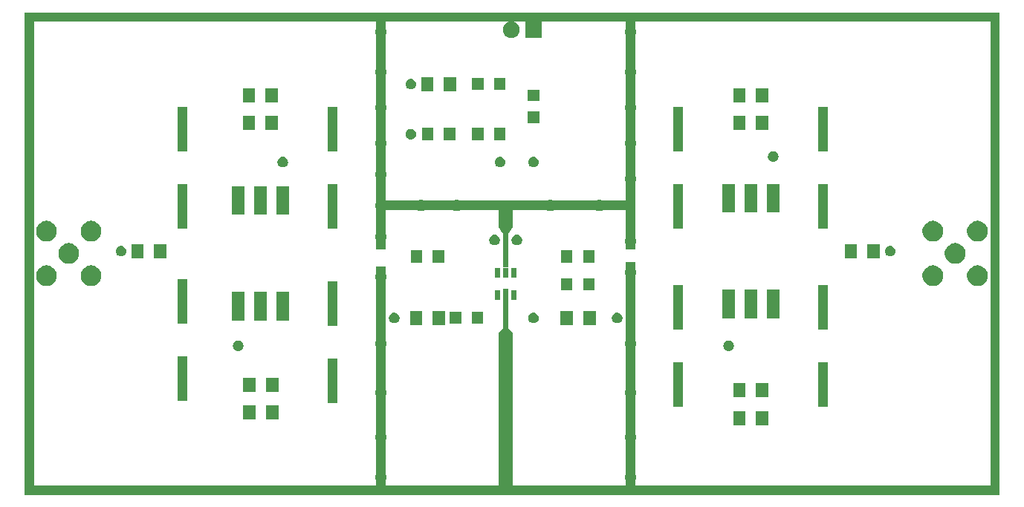
<source format=gbr>
G04 #@! TF.GenerationSoftware,KiCad,Pcbnew,(5.1.0)-1*
G04 #@! TF.CreationDate,2019-08-25T01:17:47+02:00*
G04 #@! TF.ProjectId,Filtre-de-resolution-MSA-200-Hz,46696c74-7265-42d6-9465-2d7265736f6c,1.0*
G04 #@! TF.SameCoordinates,Original*
G04 #@! TF.FileFunction,Soldermask,Top*
G04 #@! TF.FilePolarity,Negative*
%FSLAX46Y46*%
G04 Gerber Fmt 4.6, Leading zero omitted, Abs format (unit mm)*
G04 Created by KiCad (PCBNEW (5.1.0)-1) date 2019-08-25 01:17:47*
%MOMM*%
%LPD*%
G04 APERTURE LIST*
%ADD10C,0.100000*%
G04 APERTURE END LIST*
D10*
G36*
X201000000Y-130000000D02*
G01*
X200000000Y-130000000D01*
X200000000Y-75000000D01*
X201000000Y-75000000D01*
X201000000Y-130000000D01*
G37*
X201000000Y-130000000D02*
X200000000Y-130000000D01*
X200000000Y-75000000D01*
X201000000Y-75000000D01*
X201000000Y-130000000D01*
G36*
X201000000Y-130000000D02*
G01*
X90000000Y-130000000D01*
X90000000Y-129000000D01*
X201000000Y-129000000D01*
X201000000Y-130000000D01*
G37*
X201000000Y-130000000D02*
X90000000Y-130000000D01*
X90000000Y-129000000D01*
X201000000Y-129000000D01*
X201000000Y-130000000D01*
G36*
X91000000Y-130000000D02*
G01*
X90000000Y-130000000D01*
X90000000Y-75000000D01*
X91000000Y-75000000D01*
X91000000Y-130000000D01*
G37*
X91000000Y-130000000D02*
X90000000Y-130000000D01*
X90000000Y-75000000D01*
X91000000Y-75000000D01*
X91000000Y-130000000D01*
G36*
X201000000Y-76000000D02*
G01*
X90000000Y-76000000D01*
X90000000Y-75000000D01*
X201000000Y-75000000D01*
X201000000Y-76000000D01*
G37*
X201000000Y-76000000D02*
X90000000Y-76000000D01*
X90000000Y-75000000D01*
X201000000Y-75000000D01*
X201000000Y-76000000D01*
G36*
X159500000Y-102000000D02*
G01*
X158500000Y-102000000D01*
X158500000Y-75000000D01*
X159500000Y-75000000D01*
X159500000Y-102000000D01*
G37*
X159500000Y-102000000D02*
X158500000Y-102000000D01*
X158500000Y-75000000D01*
X159500000Y-75000000D01*
X159500000Y-102000000D01*
G36*
X159500000Y-130000000D02*
G01*
X158500000Y-130000000D01*
X158500000Y-103500000D01*
X159500000Y-103500000D01*
X159500000Y-130000000D01*
G37*
X159500000Y-130000000D02*
X158500000Y-130000000D01*
X158500000Y-103500000D01*
X159500000Y-103500000D01*
X159500000Y-130000000D01*
G36*
X131000000Y-130000000D02*
G01*
X130000000Y-130000000D01*
X130000000Y-104000000D01*
X131000000Y-104000000D01*
X131000000Y-130000000D01*
G37*
X131000000Y-130000000D02*
X130000000Y-130000000D01*
X130000000Y-104000000D01*
X131000000Y-104000000D01*
X131000000Y-130000000D01*
G36*
X131000000Y-102000000D02*
G01*
X130000000Y-102000000D01*
X130000000Y-75000000D01*
X131000000Y-75000000D01*
X131000000Y-102000000D01*
G37*
X131000000Y-102000000D02*
X130000000Y-102000000D01*
X130000000Y-75000000D01*
X131000000Y-75000000D01*
X131000000Y-102000000D01*
G36*
X159500000Y-97500000D02*
G01*
X130000000Y-97500000D01*
X130000000Y-96500000D01*
X159500000Y-96500000D01*
X159500000Y-97500000D01*
G37*
X159500000Y-97500000D02*
X130000000Y-97500000D01*
X130000000Y-96500000D01*
X159500000Y-96500000D01*
X159500000Y-97500000D01*
G36*
X145000000Y-111000000D02*
G01*
X145500000Y-111500000D01*
X145500000Y-130000000D01*
X144000000Y-130000000D01*
X144000000Y-111500000D01*
X144500000Y-111000000D01*
X144500000Y-106500000D01*
X145000000Y-106500000D01*
X145000000Y-111000000D01*
G37*
X145000000Y-111000000D02*
X145500000Y-111500000D01*
X145500000Y-130000000D01*
X144000000Y-130000000D01*
X144000000Y-111500000D01*
X144500000Y-111000000D01*
X144500000Y-106500000D01*
X145000000Y-106500000D01*
X145000000Y-111000000D01*
G36*
X145500000Y-99500000D02*
G01*
X145000000Y-100000000D01*
X145000000Y-104000000D01*
X144500000Y-104000000D01*
X144500000Y-100000000D01*
X144000000Y-99500000D01*
X144000000Y-96500000D01*
X145500000Y-96500000D01*
X145500000Y-99500000D01*
G37*
X145500000Y-99500000D02*
X145000000Y-100000000D01*
X145000000Y-104000000D01*
X144500000Y-104000000D01*
X144500000Y-100000000D01*
X144000000Y-99500000D01*
X144000000Y-96500000D01*
X145500000Y-96500000D01*
X145500000Y-99500000D01*
G36*
X130745890Y-127390017D02*
G01*
X130864364Y-127439091D01*
X130970988Y-127510335D01*
X131061665Y-127601012D01*
X131132909Y-127707636D01*
X131181983Y-127826110D01*
X131207000Y-127951882D01*
X131207000Y-128080118D01*
X131181983Y-128205890D01*
X131132909Y-128324364D01*
X131061665Y-128430988D01*
X130970988Y-128521665D01*
X130864364Y-128592909D01*
X130864363Y-128592910D01*
X130864362Y-128592910D01*
X130745890Y-128641983D01*
X130620119Y-128667000D01*
X130491881Y-128667000D01*
X130366110Y-128641983D01*
X130247638Y-128592910D01*
X130247637Y-128592910D01*
X130247636Y-128592909D01*
X130141012Y-128521665D01*
X130050335Y-128430988D01*
X129979091Y-128324364D01*
X129930017Y-128205890D01*
X129905000Y-128080118D01*
X129905000Y-127951882D01*
X129930017Y-127826110D01*
X129979091Y-127707636D01*
X130050335Y-127601012D01*
X130141012Y-127510335D01*
X130247636Y-127439091D01*
X130366110Y-127390017D01*
X130491881Y-127365000D01*
X130620119Y-127365000D01*
X130745890Y-127390017D01*
X130745890Y-127390017D01*
G37*
G36*
X144969890Y-127390017D02*
G01*
X145088364Y-127439091D01*
X145194988Y-127510335D01*
X145285665Y-127601012D01*
X145356909Y-127707636D01*
X145405983Y-127826110D01*
X145431000Y-127951882D01*
X145431000Y-128080118D01*
X145405983Y-128205890D01*
X145356909Y-128324364D01*
X145285665Y-128430988D01*
X145194988Y-128521665D01*
X145088364Y-128592909D01*
X145088363Y-128592910D01*
X145088362Y-128592910D01*
X144969890Y-128641983D01*
X144844119Y-128667000D01*
X144715881Y-128667000D01*
X144590110Y-128641983D01*
X144471638Y-128592910D01*
X144471637Y-128592910D01*
X144471636Y-128592909D01*
X144365012Y-128521665D01*
X144274335Y-128430988D01*
X144203091Y-128324364D01*
X144154017Y-128205890D01*
X144129000Y-128080118D01*
X144129000Y-127951882D01*
X144154017Y-127826110D01*
X144203091Y-127707636D01*
X144274335Y-127601012D01*
X144365012Y-127510335D01*
X144471636Y-127439091D01*
X144590110Y-127390017D01*
X144715881Y-127365000D01*
X144844119Y-127365000D01*
X144969890Y-127390017D01*
X144969890Y-127390017D01*
G37*
G36*
X159193890Y-127390017D02*
G01*
X159312364Y-127439091D01*
X159418988Y-127510335D01*
X159509665Y-127601012D01*
X159580909Y-127707636D01*
X159629983Y-127826110D01*
X159655000Y-127951882D01*
X159655000Y-128080118D01*
X159629983Y-128205890D01*
X159580909Y-128324364D01*
X159509665Y-128430988D01*
X159418988Y-128521665D01*
X159312364Y-128592909D01*
X159312363Y-128592910D01*
X159312362Y-128592910D01*
X159193890Y-128641983D01*
X159068119Y-128667000D01*
X158939881Y-128667000D01*
X158814110Y-128641983D01*
X158695638Y-128592910D01*
X158695637Y-128592910D01*
X158695636Y-128592909D01*
X158589012Y-128521665D01*
X158498335Y-128430988D01*
X158427091Y-128324364D01*
X158378017Y-128205890D01*
X158353000Y-128080118D01*
X158353000Y-127951882D01*
X158378017Y-127826110D01*
X158427091Y-127707636D01*
X158498335Y-127601012D01*
X158589012Y-127510335D01*
X158695636Y-127439091D01*
X158814110Y-127390017D01*
X158939881Y-127365000D01*
X159068119Y-127365000D01*
X159193890Y-127390017D01*
X159193890Y-127390017D01*
G37*
G36*
X144969890Y-122818017D02*
G01*
X145088364Y-122867091D01*
X145194988Y-122938335D01*
X145285665Y-123029012D01*
X145356909Y-123135636D01*
X145405983Y-123254110D01*
X145431000Y-123379882D01*
X145431000Y-123508118D01*
X145405983Y-123633890D01*
X145356909Y-123752364D01*
X145285665Y-123858988D01*
X145194988Y-123949665D01*
X145088364Y-124020909D01*
X145088363Y-124020910D01*
X145088362Y-124020910D01*
X144969890Y-124069983D01*
X144844119Y-124095000D01*
X144715881Y-124095000D01*
X144590110Y-124069983D01*
X144471638Y-124020910D01*
X144471637Y-124020910D01*
X144471636Y-124020909D01*
X144365012Y-123949665D01*
X144274335Y-123858988D01*
X144203091Y-123752364D01*
X144154017Y-123633890D01*
X144129000Y-123508118D01*
X144129000Y-123379882D01*
X144154017Y-123254110D01*
X144203091Y-123135636D01*
X144274335Y-123029012D01*
X144365012Y-122938335D01*
X144471636Y-122867091D01*
X144590110Y-122818017D01*
X144715881Y-122793000D01*
X144844119Y-122793000D01*
X144969890Y-122818017D01*
X144969890Y-122818017D01*
G37*
G36*
X130745890Y-122818017D02*
G01*
X130864364Y-122867091D01*
X130970988Y-122938335D01*
X131061665Y-123029012D01*
X131132909Y-123135636D01*
X131181983Y-123254110D01*
X131207000Y-123379882D01*
X131207000Y-123508118D01*
X131181983Y-123633890D01*
X131132909Y-123752364D01*
X131061665Y-123858988D01*
X130970988Y-123949665D01*
X130864364Y-124020909D01*
X130864363Y-124020910D01*
X130864362Y-124020910D01*
X130745890Y-124069983D01*
X130620119Y-124095000D01*
X130491881Y-124095000D01*
X130366110Y-124069983D01*
X130247638Y-124020910D01*
X130247637Y-124020910D01*
X130247636Y-124020909D01*
X130141012Y-123949665D01*
X130050335Y-123858988D01*
X129979091Y-123752364D01*
X129930017Y-123633890D01*
X129905000Y-123508118D01*
X129905000Y-123379882D01*
X129930017Y-123254110D01*
X129979091Y-123135636D01*
X130050335Y-123029012D01*
X130141012Y-122938335D01*
X130247636Y-122867091D01*
X130366110Y-122818017D01*
X130491881Y-122793000D01*
X130620119Y-122793000D01*
X130745890Y-122818017D01*
X130745890Y-122818017D01*
G37*
G36*
X159193890Y-122818017D02*
G01*
X159312364Y-122867091D01*
X159418988Y-122938335D01*
X159509665Y-123029012D01*
X159580909Y-123135636D01*
X159629983Y-123254110D01*
X159655000Y-123379882D01*
X159655000Y-123508118D01*
X159629983Y-123633890D01*
X159580909Y-123752364D01*
X159509665Y-123858988D01*
X159418988Y-123949665D01*
X159312364Y-124020909D01*
X159312363Y-124020910D01*
X159312362Y-124020910D01*
X159193890Y-124069983D01*
X159068119Y-124095000D01*
X158939881Y-124095000D01*
X158814110Y-124069983D01*
X158695638Y-124020910D01*
X158695637Y-124020910D01*
X158695636Y-124020909D01*
X158589012Y-123949665D01*
X158498335Y-123858988D01*
X158427091Y-123752364D01*
X158378017Y-123633890D01*
X158353000Y-123508118D01*
X158353000Y-123379882D01*
X158378017Y-123254110D01*
X158427091Y-123135636D01*
X158498335Y-123029012D01*
X158589012Y-122938335D01*
X158695636Y-122867091D01*
X158814110Y-122818017D01*
X158939881Y-122793000D01*
X159068119Y-122793000D01*
X159193890Y-122818017D01*
X159193890Y-122818017D01*
G37*
G36*
X172121000Y-122086000D02*
G01*
X170719000Y-122086000D01*
X170719000Y-120484000D01*
X172121000Y-120484000D01*
X172121000Y-122086000D01*
X172121000Y-122086000D01*
G37*
G36*
X174721000Y-122086000D02*
G01*
X173319000Y-122086000D01*
X173319000Y-120484000D01*
X174721000Y-120484000D01*
X174721000Y-122086000D01*
X174721000Y-122086000D01*
G37*
G36*
X118901001Y-121451000D02*
G01*
X117499001Y-121451000D01*
X117499001Y-119849000D01*
X118901001Y-119849000D01*
X118901001Y-121451000D01*
X118901001Y-121451000D01*
G37*
G36*
X116301001Y-121451000D02*
G01*
X114899001Y-121451000D01*
X114899001Y-119849000D01*
X116301001Y-119849000D01*
X116301001Y-121451000D01*
X116301001Y-121451000D01*
G37*
G36*
X165016000Y-119981000D02*
G01*
X163914000Y-119981000D01*
X163914000Y-114879000D01*
X165016000Y-114879000D01*
X165016000Y-119981000D01*
X165016000Y-119981000D01*
G37*
G36*
X181526000Y-119981000D02*
G01*
X180424000Y-119981000D01*
X180424000Y-114879000D01*
X181526000Y-114879000D01*
X181526000Y-119981000D01*
X181526000Y-119981000D01*
G37*
G36*
X125646000Y-119601000D02*
G01*
X124544000Y-119601000D01*
X124544000Y-114499000D01*
X125646000Y-114499000D01*
X125646000Y-119601000D01*
X125646000Y-119601000D01*
G37*
G36*
X108501000Y-119346000D02*
G01*
X107399000Y-119346000D01*
X107399000Y-114244000D01*
X108501000Y-114244000D01*
X108501000Y-119346000D01*
X108501000Y-119346000D01*
G37*
G36*
X144969890Y-117738017D02*
G01*
X145088364Y-117787091D01*
X145194988Y-117858335D01*
X145285665Y-117949012D01*
X145356909Y-118055636D01*
X145405983Y-118174110D01*
X145431000Y-118299882D01*
X145431000Y-118428118D01*
X145405983Y-118553890D01*
X145356909Y-118672364D01*
X145285665Y-118778988D01*
X145194988Y-118869665D01*
X145088364Y-118940909D01*
X145088363Y-118940910D01*
X145088362Y-118940910D01*
X144969890Y-118989983D01*
X144844119Y-119015000D01*
X144715881Y-119015000D01*
X144590110Y-118989983D01*
X144471638Y-118940910D01*
X144471637Y-118940910D01*
X144471636Y-118940909D01*
X144365012Y-118869665D01*
X144274335Y-118778988D01*
X144203091Y-118672364D01*
X144154017Y-118553890D01*
X144129000Y-118428118D01*
X144129000Y-118299882D01*
X144154017Y-118174110D01*
X144203091Y-118055636D01*
X144274335Y-117949012D01*
X144365012Y-117858335D01*
X144471636Y-117787091D01*
X144590110Y-117738017D01*
X144715881Y-117713000D01*
X144844119Y-117713000D01*
X144969890Y-117738017D01*
X144969890Y-117738017D01*
G37*
G36*
X159193890Y-117738017D02*
G01*
X159312364Y-117787091D01*
X159418988Y-117858335D01*
X159509665Y-117949012D01*
X159580909Y-118055636D01*
X159629983Y-118174110D01*
X159655000Y-118299882D01*
X159655000Y-118428118D01*
X159629983Y-118553890D01*
X159580909Y-118672364D01*
X159509665Y-118778988D01*
X159418988Y-118869665D01*
X159312364Y-118940909D01*
X159312363Y-118940910D01*
X159312362Y-118940910D01*
X159193890Y-118989983D01*
X159068119Y-119015000D01*
X158939881Y-119015000D01*
X158814110Y-118989983D01*
X158695638Y-118940910D01*
X158695637Y-118940910D01*
X158695636Y-118940909D01*
X158589012Y-118869665D01*
X158498335Y-118778988D01*
X158427091Y-118672364D01*
X158378017Y-118553890D01*
X158353000Y-118428118D01*
X158353000Y-118299882D01*
X158378017Y-118174110D01*
X158427091Y-118055636D01*
X158498335Y-117949012D01*
X158589012Y-117858335D01*
X158695636Y-117787091D01*
X158814110Y-117738017D01*
X158939881Y-117713000D01*
X159068119Y-117713000D01*
X159193890Y-117738017D01*
X159193890Y-117738017D01*
G37*
G36*
X130745890Y-117738017D02*
G01*
X130864364Y-117787091D01*
X130970988Y-117858335D01*
X131061665Y-117949012D01*
X131132909Y-118055636D01*
X131181983Y-118174110D01*
X131207000Y-118299882D01*
X131207000Y-118428118D01*
X131181983Y-118553890D01*
X131132909Y-118672364D01*
X131061665Y-118778988D01*
X130970988Y-118869665D01*
X130864364Y-118940909D01*
X130864363Y-118940910D01*
X130864362Y-118940910D01*
X130745890Y-118989983D01*
X130620119Y-119015000D01*
X130491881Y-119015000D01*
X130366110Y-118989983D01*
X130247638Y-118940910D01*
X130247637Y-118940910D01*
X130247636Y-118940909D01*
X130141012Y-118869665D01*
X130050335Y-118778988D01*
X129979091Y-118672364D01*
X129930017Y-118553890D01*
X129905000Y-118428118D01*
X129905000Y-118299882D01*
X129930017Y-118174110D01*
X129979091Y-118055636D01*
X130050335Y-117949012D01*
X130141012Y-117858335D01*
X130247636Y-117787091D01*
X130366110Y-117738017D01*
X130491881Y-117713000D01*
X130620119Y-117713000D01*
X130745890Y-117738017D01*
X130745890Y-117738017D01*
G37*
G36*
X174721000Y-118911000D02*
G01*
X173319000Y-118911000D01*
X173319000Y-117309000D01*
X174721000Y-117309000D01*
X174721000Y-118911000D01*
X174721000Y-118911000D01*
G37*
G36*
X172121000Y-118911000D02*
G01*
X170719000Y-118911000D01*
X170719000Y-117309000D01*
X172121000Y-117309000D01*
X172121000Y-118911000D01*
X172121000Y-118911000D01*
G37*
G36*
X118901001Y-118276000D02*
G01*
X117499001Y-118276000D01*
X117499001Y-116674000D01*
X118901001Y-116674000D01*
X118901001Y-118276000D01*
X118901001Y-118276000D01*
G37*
G36*
X116301001Y-118276000D02*
G01*
X114899001Y-118276000D01*
X114899001Y-116674000D01*
X116301001Y-116674000D01*
X116301001Y-118276000D01*
X116301001Y-118276000D01*
G37*
G36*
X170316601Y-112444397D02*
G01*
X170355305Y-112452096D01*
X170387340Y-112465365D01*
X170464680Y-112497400D01*
X170563115Y-112563173D01*
X170646827Y-112646885D01*
X170712600Y-112745320D01*
X170757904Y-112854696D01*
X170781000Y-112970805D01*
X170781000Y-113089195D01*
X170757904Y-113205304D01*
X170712600Y-113314680D01*
X170646827Y-113413115D01*
X170563115Y-113496827D01*
X170464680Y-113562600D01*
X170387340Y-113594635D01*
X170355305Y-113607904D01*
X170316601Y-113615603D01*
X170239195Y-113631000D01*
X170120805Y-113631000D01*
X170043399Y-113615603D01*
X170004695Y-113607904D01*
X169972660Y-113594635D01*
X169895320Y-113562600D01*
X169796885Y-113496827D01*
X169713173Y-113413115D01*
X169647400Y-113314680D01*
X169602096Y-113205304D01*
X169579000Y-113089195D01*
X169579000Y-112970805D01*
X169602096Y-112854696D01*
X169647400Y-112745320D01*
X169713173Y-112646885D01*
X169796885Y-112563173D01*
X169895320Y-112497400D01*
X169972660Y-112465365D01*
X170004695Y-112452096D01*
X170043399Y-112444397D01*
X170120805Y-112429000D01*
X170239195Y-112429000D01*
X170316601Y-112444397D01*
X170316601Y-112444397D01*
G37*
G36*
X114436601Y-112444397D02*
G01*
X114475305Y-112452096D01*
X114507340Y-112465365D01*
X114584680Y-112497400D01*
X114683115Y-112563173D01*
X114766827Y-112646885D01*
X114832600Y-112745320D01*
X114877904Y-112854696D01*
X114901000Y-112970805D01*
X114901000Y-113089195D01*
X114877904Y-113205304D01*
X114832600Y-113314680D01*
X114766827Y-113413115D01*
X114683115Y-113496827D01*
X114584680Y-113562600D01*
X114507340Y-113594635D01*
X114475305Y-113607904D01*
X114436601Y-113615603D01*
X114359195Y-113631000D01*
X114240805Y-113631000D01*
X114163399Y-113615603D01*
X114124695Y-113607904D01*
X114092660Y-113594635D01*
X114015320Y-113562600D01*
X113916885Y-113496827D01*
X113833173Y-113413115D01*
X113767400Y-113314680D01*
X113722096Y-113205304D01*
X113699000Y-113089195D01*
X113699000Y-112970805D01*
X113722096Y-112854696D01*
X113767400Y-112745320D01*
X113833173Y-112646885D01*
X113916885Y-112563173D01*
X114015320Y-112497400D01*
X114092660Y-112465365D01*
X114124695Y-112452096D01*
X114163399Y-112444397D01*
X114240805Y-112429000D01*
X114359195Y-112429000D01*
X114436601Y-112444397D01*
X114436601Y-112444397D01*
G37*
G36*
X130745890Y-112150017D02*
G01*
X130864364Y-112199091D01*
X130963999Y-112265665D01*
X130970988Y-112270335D01*
X131061665Y-112361012D01*
X131132910Y-112467638D01*
X131181983Y-112586110D01*
X131207000Y-112711881D01*
X131207000Y-112840119D01*
X131181983Y-112965890D01*
X131132909Y-113084364D01*
X131061665Y-113190988D01*
X130970988Y-113281665D01*
X130864364Y-113352909D01*
X130864363Y-113352910D01*
X130864362Y-113352910D01*
X130745890Y-113401983D01*
X130620119Y-113427000D01*
X130491881Y-113427000D01*
X130366110Y-113401983D01*
X130247638Y-113352910D01*
X130247637Y-113352910D01*
X130247636Y-113352909D01*
X130141012Y-113281665D01*
X130050335Y-113190988D01*
X129979091Y-113084364D01*
X129930017Y-112965890D01*
X129905000Y-112840119D01*
X129905000Y-112711881D01*
X129930017Y-112586110D01*
X129979090Y-112467638D01*
X130050335Y-112361012D01*
X130141012Y-112270335D01*
X130148001Y-112265665D01*
X130247636Y-112199091D01*
X130366110Y-112150017D01*
X130491881Y-112125000D01*
X130620119Y-112125000D01*
X130745890Y-112150017D01*
X130745890Y-112150017D01*
G37*
G36*
X159193890Y-112150017D02*
G01*
X159312364Y-112199091D01*
X159411999Y-112265665D01*
X159418988Y-112270335D01*
X159509665Y-112361012D01*
X159580910Y-112467638D01*
X159629983Y-112586110D01*
X159655000Y-112711881D01*
X159655000Y-112840119D01*
X159629983Y-112965890D01*
X159580909Y-113084364D01*
X159509665Y-113190988D01*
X159418988Y-113281665D01*
X159312364Y-113352909D01*
X159312363Y-113352910D01*
X159312362Y-113352910D01*
X159193890Y-113401983D01*
X159068119Y-113427000D01*
X158939881Y-113427000D01*
X158814110Y-113401983D01*
X158695638Y-113352910D01*
X158695637Y-113352910D01*
X158695636Y-113352909D01*
X158589012Y-113281665D01*
X158498335Y-113190988D01*
X158427091Y-113084364D01*
X158378017Y-112965890D01*
X158353000Y-112840119D01*
X158353000Y-112711881D01*
X158378017Y-112586110D01*
X158427090Y-112467638D01*
X158498335Y-112361012D01*
X158589012Y-112270335D01*
X158596001Y-112265665D01*
X158695636Y-112199091D01*
X158814110Y-112150017D01*
X158939881Y-112125000D01*
X159068119Y-112125000D01*
X159193890Y-112150017D01*
X159193890Y-112150017D01*
G37*
G36*
X144969890Y-111134017D02*
G01*
X145088364Y-111183091D01*
X145194988Y-111254335D01*
X145285665Y-111345012D01*
X145356909Y-111451636D01*
X145405983Y-111570110D01*
X145431000Y-111695882D01*
X145431000Y-111824118D01*
X145405983Y-111949890D01*
X145356909Y-112068364D01*
X145285665Y-112174988D01*
X145194988Y-112265665D01*
X145088364Y-112336909D01*
X145088363Y-112336910D01*
X145088362Y-112336910D01*
X144969890Y-112385983D01*
X144844119Y-112411000D01*
X144715881Y-112411000D01*
X144590110Y-112385983D01*
X144471638Y-112336910D01*
X144471637Y-112336910D01*
X144471636Y-112336909D01*
X144365012Y-112265665D01*
X144274335Y-112174988D01*
X144203091Y-112068364D01*
X144154017Y-111949890D01*
X144129000Y-111824118D01*
X144129000Y-111695882D01*
X144154017Y-111570110D01*
X144203091Y-111451636D01*
X144274335Y-111345012D01*
X144365012Y-111254335D01*
X144471636Y-111183091D01*
X144590110Y-111134017D01*
X144715881Y-111109000D01*
X144844119Y-111109000D01*
X144969890Y-111134017D01*
X144969890Y-111134017D01*
G37*
G36*
X165016000Y-111181000D02*
G01*
X163914000Y-111181000D01*
X163914000Y-106079000D01*
X165016000Y-106079000D01*
X165016000Y-111181000D01*
X165016000Y-111181000D01*
G37*
G36*
X181526000Y-111181000D02*
G01*
X180424000Y-111181000D01*
X180424000Y-106079000D01*
X181526000Y-106079000D01*
X181526000Y-111181000D01*
X181526000Y-111181000D01*
G37*
G36*
X125646000Y-110801000D02*
G01*
X124544000Y-110801000D01*
X124544000Y-105699000D01*
X125646000Y-105699000D01*
X125646000Y-110801000D01*
X125646000Y-110801000D01*
G37*
G36*
X135291000Y-110656000D02*
G01*
X133889000Y-110656000D01*
X133889000Y-109054000D01*
X135291000Y-109054000D01*
X135291000Y-110656000D01*
X135291000Y-110656000D01*
G37*
G36*
X137891000Y-110656000D02*
G01*
X136489000Y-110656000D01*
X136489000Y-109054000D01*
X137891000Y-109054000D01*
X137891000Y-110656000D01*
X137891000Y-110656000D01*
G37*
G36*
X152436000Y-110656000D02*
G01*
X151034000Y-110656000D01*
X151034000Y-109054000D01*
X152436000Y-109054000D01*
X152436000Y-110656000D01*
X152436000Y-110656000D01*
G37*
G36*
X155036000Y-110656000D02*
G01*
X153634000Y-110656000D01*
X153634000Y-109054000D01*
X155036000Y-109054000D01*
X155036000Y-110656000D01*
X155036000Y-110656000D01*
G37*
G36*
X139736000Y-110556000D02*
G01*
X138434000Y-110556000D01*
X138434000Y-109154000D01*
X139736000Y-109154000D01*
X139736000Y-110556000D01*
X139736000Y-110556000D01*
G37*
G36*
X142236000Y-110556000D02*
G01*
X140934000Y-110556000D01*
X140934000Y-109154000D01*
X142236000Y-109154000D01*
X142236000Y-110556000D01*
X142236000Y-110556000D01*
G37*
G36*
X108501000Y-110546000D02*
G01*
X107399000Y-110546000D01*
X107399000Y-105444000D01*
X108501000Y-105444000D01*
X108501000Y-110546000D01*
X108501000Y-110546000D01*
G37*
G36*
X148091601Y-109269397D02*
G01*
X148130305Y-109277096D01*
X148162340Y-109290365D01*
X148239680Y-109322400D01*
X148338115Y-109388173D01*
X148421827Y-109471885D01*
X148487600Y-109570320D01*
X148501450Y-109603758D01*
X148532904Y-109679695D01*
X148556000Y-109795807D01*
X148556000Y-109914193D01*
X148532904Y-110030305D01*
X148520531Y-110060175D01*
X148487600Y-110139680D01*
X148421827Y-110238115D01*
X148338115Y-110321827D01*
X148239680Y-110387600D01*
X148162340Y-110419635D01*
X148130305Y-110432904D01*
X148091601Y-110440603D01*
X148014195Y-110456000D01*
X147895805Y-110456000D01*
X147818399Y-110440603D01*
X147779695Y-110432904D01*
X147747660Y-110419635D01*
X147670320Y-110387600D01*
X147571885Y-110321827D01*
X147488173Y-110238115D01*
X147422400Y-110139680D01*
X147389469Y-110060175D01*
X147377096Y-110030305D01*
X147354000Y-109914193D01*
X147354000Y-109795807D01*
X147377096Y-109679695D01*
X147408550Y-109603758D01*
X147422400Y-109570320D01*
X147488173Y-109471885D01*
X147571885Y-109388173D01*
X147670320Y-109322400D01*
X147747660Y-109290365D01*
X147779695Y-109277096D01*
X147818399Y-109269397D01*
X147895805Y-109254000D01*
X148014195Y-109254000D01*
X148091601Y-109269397D01*
X148091601Y-109269397D01*
G37*
G36*
X157616601Y-109269397D02*
G01*
X157655305Y-109277096D01*
X157687340Y-109290365D01*
X157764680Y-109322400D01*
X157863115Y-109388173D01*
X157946827Y-109471885D01*
X158012600Y-109570320D01*
X158026450Y-109603758D01*
X158057904Y-109679695D01*
X158081000Y-109795807D01*
X158081000Y-109914193D01*
X158057904Y-110030305D01*
X158045531Y-110060175D01*
X158012600Y-110139680D01*
X157946827Y-110238115D01*
X157863115Y-110321827D01*
X157764680Y-110387600D01*
X157687340Y-110419635D01*
X157655305Y-110432904D01*
X157616601Y-110440603D01*
X157539195Y-110456000D01*
X157420805Y-110456000D01*
X157343399Y-110440603D01*
X157304695Y-110432904D01*
X157272660Y-110419635D01*
X157195320Y-110387600D01*
X157096885Y-110321827D01*
X157013173Y-110238115D01*
X156947400Y-110139680D01*
X156914469Y-110060175D01*
X156902096Y-110030305D01*
X156879000Y-109914193D01*
X156879000Y-109795807D01*
X156902096Y-109679695D01*
X156933550Y-109603758D01*
X156947400Y-109570320D01*
X157013173Y-109471885D01*
X157096885Y-109388173D01*
X157195320Y-109322400D01*
X157272660Y-109290365D01*
X157304695Y-109277096D01*
X157343399Y-109269397D01*
X157420805Y-109254000D01*
X157539195Y-109254000D01*
X157616601Y-109269397D01*
X157616601Y-109269397D01*
G37*
G36*
X132216601Y-109269397D02*
G01*
X132255305Y-109277096D01*
X132287340Y-109290365D01*
X132364680Y-109322400D01*
X132463115Y-109388173D01*
X132546827Y-109471885D01*
X132612600Y-109570320D01*
X132626450Y-109603758D01*
X132657904Y-109679695D01*
X132681000Y-109795807D01*
X132681000Y-109914193D01*
X132657904Y-110030305D01*
X132645531Y-110060175D01*
X132612600Y-110139680D01*
X132546827Y-110238115D01*
X132463115Y-110321827D01*
X132364680Y-110387600D01*
X132287340Y-110419635D01*
X132255305Y-110432904D01*
X132216601Y-110440603D01*
X132139195Y-110456000D01*
X132020805Y-110456000D01*
X131943399Y-110440603D01*
X131904695Y-110432904D01*
X131872660Y-110419635D01*
X131795320Y-110387600D01*
X131696885Y-110321827D01*
X131613173Y-110238115D01*
X131547400Y-110139680D01*
X131514469Y-110060175D01*
X131502096Y-110030305D01*
X131479000Y-109914193D01*
X131479000Y-109795807D01*
X131502096Y-109679695D01*
X131533550Y-109603758D01*
X131547400Y-109570320D01*
X131613173Y-109471885D01*
X131696885Y-109388173D01*
X131795320Y-109322400D01*
X131872660Y-109290365D01*
X131904695Y-109277096D01*
X131943399Y-109269397D01*
X132020805Y-109254000D01*
X132139195Y-109254000D01*
X132216601Y-109269397D01*
X132216601Y-109269397D01*
G37*
G36*
X117526000Y-110171000D02*
G01*
X116154000Y-110171000D01*
X116154000Y-106889000D01*
X117526000Y-106889000D01*
X117526000Y-110171000D01*
X117526000Y-110171000D01*
G37*
G36*
X114986000Y-110171000D02*
G01*
X113614000Y-110171000D01*
X113614000Y-106889000D01*
X114986000Y-106889000D01*
X114986000Y-110171000D01*
X114986000Y-110171000D01*
G37*
G36*
X120066000Y-110171000D02*
G01*
X118694000Y-110171000D01*
X118694000Y-106889000D01*
X120066000Y-106889000D01*
X120066000Y-110171000D01*
X120066000Y-110171000D01*
G37*
G36*
X175946000Y-109906000D02*
G01*
X174574000Y-109906000D01*
X174574000Y-106624000D01*
X175946000Y-106624000D01*
X175946000Y-109906000D01*
X175946000Y-109906000D01*
G37*
G36*
X173406000Y-109906000D02*
G01*
X172034000Y-109906000D01*
X172034000Y-106624000D01*
X173406000Y-106624000D01*
X173406000Y-109906000D01*
X173406000Y-109906000D01*
G37*
G36*
X170866000Y-109906000D02*
G01*
X169494000Y-109906000D01*
X169494000Y-106624000D01*
X170866000Y-106624000D01*
X170866000Y-109906000D01*
X170866000Y-109906000D01*
G37*
G36*
X144131000Y-107801000D02*
G01*
X143529000Y-107801000D01*
X143529000Y-106699000D01*
X144131000Y-106699000D01*
X144131000Y-107801000D01*
X144131000Y-107801000D01*
G37*
G36*
X146031000Y-107801000D02*
G01*
X145429000Y-107801000D01*
X145429000Y-106699000D01*
X146031000Y-106699000D01*
X146031000Y-107801000D01*
X146031000Y-107801000D01*
G37*
G36*
X154901000Y-106746000D02*
G01*
X153599000Y-106746000D01*
X153599000Y-105344000D01*
X154901000Y-105344000D01*
X154901000Y-106746000D01*
X154901000Y-106746000D01*
G37*
G36*
X152401000Y-106746000D02*
G01*
X151099000Y-106746000D01*
X151099000Y-105344000D01*
X152401000Y-105344000D01*
X152401000Y-106746000D01*
X152401000Y-106746000D01*
G37*
G36*
X198731560Y-103879064D02*
G01*
X198883027Y-103909193D01*
X199097045Y-103997842D01*
X199097046Y-103997843D01*
X199289654Y-104126539D01*
X199453461Y-104290346D01*
X199539258Y-104418751D01*
X199582158Y-104482955D01*
X199670807Y-104696973D01*
X199716000Y-104924174D01*
X199716000Y-105155826D01*
X199670807Y-105383027D01*
X199582158Y-105597045D01*
X199582157Y-105597046D01*
X199453461Y-105789654D01*
X199289654Y-105953461D01*
X199161249Y-106039258D01*
X199097045Y-106082158D01*
X198883027Y-106170807D01*
X198731560Y-106200936D01*
X198655827Y-106216000D01*
X198424173Y-106216000D01*
X198348440Y-106200936D01*
X198196973Y-106170807D01*
X197982955Y-106082158D01*
X197918751Y-106039258D01*
X197790346Y-105953461D01*
X197626539Y-105789654D01*
X197497843Y-105597046D01*
X197497842Y-105597045D01*
X197409193Y-105383027D01*
X197364000Y-105155826D01*
X197364000Y-104924174D01*
X197409193Y-104696973D01*
X197497842Y-104482955D01*
X197540742Y-104418751D01*
X197626539Y-104290346D01*
X197790346Y-104126539D01*
X197982954Y-103997843D01*
X197982955Y-103997842D01*
X198196973Y-103909193D01*
X198348440Y-103879064D01*
X198424173Y-103864000D01*
X198655827Y-103864000D01*
X198731560Y-103879064D01*
X198731560Y-103879064D01*
G37*
G36*
X92651560Y-103879064D02*
G01*
X92803027Y-103909193D01*
X93017045Y-103997842D01*
X93017046Y-103997843D01*
X93209654Y-104126539D01*
X93373461Y-104290346D01*
X93459258Y-104418751D01*
X93502158Y-104482955D01*
X93590807Y-104696973D01*
X93636000Y-104924174D01*
X93636000Y-105155826D01*
X93590807Y-105383027D01*
X93502158Y-105597045D01*
X93502157Y-105597046D01*
X93373461Y-105789654D01*
X93209654Y-105953461D01*
X93081249Y-106039258D01*
X93017045Y-106082158D01*
X92803027Y-106170807D01*
X92651560Y-106200936D01*
X92575827Y-106216000D01*
X92344173Y-106216000D01*
X92268440Y-106200936D01*
X92116973Y-106170807D01*
X91902955Y-106082158D01*
X91838751Y-106039258D01*
X91710346Y-105953461D01*
X91546539Y-105789654D01*
X91417843Y-105597046D01*
X91417842Y-105597045D01*
X91329193Y-105383027D01*
X91284000Y-105155826D01*
X91284000Y-104924174D01*
X91329193Y-104696973D01*
X91417842Y-104482955D01*
X91460742Y-104418751D01*
X91546539Y-104290346D01*
X91710346Y-104126539D01*
X91902954Y-103997843D01*
X91902955Y-103997842D01*
X92116973Y-103909193D01*
X92268440Y-103879064D01*
X92344173Y-103864000D01*
X92575827Y-103864000D01*
X92651560Y-103879064D01*
X92651560Y-103879064D01*
G37*
G36*
X193651560Y-103879064D02*
G01*
X193803027Y-103909193D01*
X194017045Y-103997842D01*
X194017046Y-103997843D01*
X194209654Y-104126539D01*
X194373461Y-104290346D01*
X194459258Y-104418751D01*
X194502158Y-104482955D01*
X194590807Y-104696973D01*
X194636000Y-104924174D01*
X194636000Y-105155826D01*
X194590807Y-105383027D01*
X194502158Y-105597045D01*
X194502157Y-105597046D01*
X194373461Y-105789654D01*
X194209654Y-105953461D01*
X194081249Y-106039258D01*
X194017045Y-106082158D01*
X193803027Y-106170807D01*
X193651560Y-106200936D01*
X193575827Y-106216000D01*
X193344173Y-106216000D01*
X193268440Y-106200936D01*
X193116973Y-106170807D01*
X192902955Y-106082158D01*
X192838751Y-106039258D01*
X192710346Y-105953461D01*
X192546539Y-105789654D01*
X192417843Y-105597046D01*
X192417842Y-105597045D01*
X192329193Y-105383027D01*
X192284000Y-105155826D01*
X192284000Y-104924174D01*
X192329193Y-104696973D01*
X192417842Y-104482955D01*
X192460742Y-104418751D01*
X192546539Y-104290346D01*
X192710346Y-104126539D01*
X192902954Y-103997843D01*
X192902955Y-103997842D01*
X193116973Y-103909193D01*
X193268440Y-103879064D01*
X193344173Y-103864000D01*
X193575827Y-103864000D01*
X193651560Y-103879064D01*
X193651560Y-103879064D01*
G37*
G36*
X97731560Y-103879064D02*
G01*
X97883027Y-103909193D01*
X98097045Y-103997842D01*
X98097046Y-103997843D01*
X98289654Y-104126539D01*
X98453461Y-104290346D01*
X98539258Y-104418751D01*
X98582158Y-104482955D01*
X98670807Y-104696973D01*
X98716000Y-104924174D01*
X98716000Y-105155826D01*
X98670807Y-105383027D01*
X98582158Y-105597045D01*
X98582157Y-105597046D01*
X98453461Y-105789654D01*
X98289654Y-105953461D01*
X98161249Y-106039258D01*
X98097045Y-106082158D01*
X97883027Y-106170807D01*
X97731560Y-106200936D01*
X97655827Y-106216000D01*
X97424173Y-106216000D01*
X97348440Y-106200936D01*
X97196973Y-106170807D01*
X96982955Y-106082158D01*
X96918751Y-106039258D01*
X96790346Y-105953461D01*
X96626539Y-105789654D01*
X96497843Y-105597046D01*
X96497842Y-105597045D01*
X96409193Y-105383027D01*
X96364000Y-105155826D01*
X96364000Y-104924174D01*
X96409193Y-104696973D01*
X96497842Y-104482955D01*
X96540742Y-104418751D01*
X96626539Y-104290346D01*
X96790346Y-104126539D01*
X96982954Y-103997843D01*
X96982955Y-103997842D01*
X97196973Y-103909193D01*
X97348440Y-103879064D01*
X97424173Y-103864000D01*
X97655827Y-103864000D01*
X97731560Y-103879064D01*
X97731560Y-103879064D01*
G37*
G36*
X130745890Y-104530017D02*
G01*
X130864364Y-104579091D01*
X130970988Y-104650335D01*
X131061665Y-104741012D01*
X131132909Y-104847636D01*
X131181983Y-104966110D01*
X131207000Y-105091882D01*
X131207000Y-105220118D01*
X131181983Y-105345890D01*
X131132909Y-105464364D01*
X131061665Y-105570988D01*
X130970988Y-105661665D01*
X130864364Y-105732909D01*
X130864363Y-105732910D01*
X130864362Y-105732910D01*
X130745890Y-105781983D01*
X130620119Y-105807000D01*
X130491881Y-105807000D01*
X130366110Y-105781983D01*
X130247638Y-105732910D01*
X130247637Y-105732910D01*
X130247636Y-105732909D01*
X130141012Y-105661665D01*
X130050335Y-105570988D01*
X129979091Y-105464364D01*
X129930017Y-105345890D01*
X129905000Y-105220118D01*
X129905000Y-105091882D01*
X129930017Y-104966110D01*
X129979091Y-104847636D01*
X130050335Y-104741012D01*
X130141012Y-104650335D01*
X130247636Y-104579091D01*
X130366110Y-104530017D01*
X130491881Y-104505000D01*
X130620119Y-104505000D01*
X130745890Y-104530017D01*
X130745890Y-104530017D01*
G37*
G36*
X146031000Y-105301000D02*
G01*
X145429000Y-105301000D01*
X145429000Y-104199000D01*
X146031000Y-104199000D01*
X146031000Y-105301000D01*
X146031000Y-105301000D01*
G37*
G36*
X145081000Y-105301000D02*
G01*
X144479000Y-105301000D01*
X144479000Y-104199000D01*
X145081000Y-104199000D01*
X145081000Y-105301000D01*
X145081000Y-105301000D01*
G37*
G36*
X144131000Y-105301000D02*
G01*
X143529000Y-105301000D01*
X143529000Y-104199000D01*
X144131000Y-104199000D01*
X144131000Y-105301000D01*
X144131000Y-105301000D01*
G37*
G36*
X159193890Y-104022017D02*
G01*
X159312364Y-104071091D01*
X159418988Y-104142335D01*
X159509665Y-104233012D01*
X159580909Y-104339636D01*
X159629983Y-104458110D01*
X159655000Y-104583882D01*
X159655000Y-104712118D01*
X159629983Y-104837890D01*
X159580909Y-104956364D01*
X159509665Y-105062988D01*
X159418988Y-105153665D01*
X159312364Y-105224909D01*
X159312363Y-105224910D01*
X159312362Y-105224910D01*
X159193890Y-105273983D01*
X159068119Y-105299000D01*
X158939881Y-105299000D01*
X158814110Y-105273983D01*
X158695638Y-105224910D01*
X158695637Y-105224910D01*
X158695636Y-105224909D01*
X158589012Y-105153665D01*
X158498335Y-105062988D01*
X158427091Y-104956364D01*
X158378017Y-104837890D01*
X158353000Y-104712118D01*
X158353000Y-104583882D01*
X158378017Y-104458110D01*
X158427091Y-104339636D01*
X158498335Y-104233012D01*
X158589012Y-104142335D01*
X158695636Y-104071091D01*
X158814110Y-104022017D01*
X158939881Y-103997000D01*
X159068119Y-103997000D01*
X159193890Y-104022017D01*
X159193890Y-104022017D01*
G37*
G36*
X95191560Y-101339064D02*
G01*
X95343027Y-101369193D01*
X95557045Y-101457842D01*
X95557046Y-101457843D01*
X95749654Y-101586539D01*
X95913461Y-101750346D01*
X95981307Y-101851885D01*
X96042158Y-101942955D01*
X96130807Y-102156973D01*
X96176000Y-102384174D01*
X96176000Y-102615826D01*
X96130807Y-102843027D01*
X96042158Y-103057045D01*
X96042157Y-103057046D01*
X95913461Y-103249654D01*
X95749654Y-103413461D01*
X95621249Y-103499258D01*
X95557045Y-103542158D01*
X95343027Y-103630807D01*
X95191560Y-103660936D01*
X95115827Y-103676000D01*
X94884173Y-103676000D01*
X94808440Y-103660936D01*
X94656973Y-103630807D01*
X94442955Y-103542158D01*
X94378751Y-103499258D01*
X94250346Y-103413461D01*
X94086539Y-103249654D01*
X93957843Y-103057046D01*
X93957842Y-103057045D01*
X93869193Y-102843027D01*
X93824000Y-102615826D01*
X93824000Y-102384174D01*
X93869193Y-102156973D01*
X93957842Y-101942955D01*
X94018693Y-101851885D01*
X94086539Y-101750346D01*
X94250346Y-101586539D01*
X94442954Y-101457843D01*
X94442955Y-101457842D01*
X94656973Y-101369193D01*
X94808440Y-101339064D01*
X94884173Y-101324000D01*
X95115827Y-101324000D01*
X95191560Y-101339064D01*
X95191560Y-101339064D01*
G37*
G36*
X196191560Y-101339064D02*
G01*
X196343027Y-101369193D01*
X196557045Y-101457842D01*
X196557046Y-101457843D01*
X196749654Y-101586539D01*
X196913461Y-101750346D01*
X196981307Y-101851885D01*
X197042158Y-101942955D01*
X197130807Y-102156973D01*
X197176000Y-102384174D01*
X197176000Y-102615826D01*
X197130807Y-102843027D01*
X197042158Y-103057045D01*
X197042157Y-103057046D01*
X196913461Y-103249654D01*
X196749654Y-103413461D01*
X196621249Y-103499258D01*
X196557045Y-103542158D01*
X196343027Y-103630807D01*
X196191560Y-103660936D01*
X196115827Y-103676000D01*
X195884173Y-103676000D01*
X195808440Y-103660936D01*
X195656973Y-103630807D01*
X195442955Y-103542158D01*
X195378751Y-103499258D01*
X195250346Y-103413461D01*
X195086539Y-103249654D01*
X194957843Y-103057046D01*
X194957842Y-103057045D01*
X194869193Y-102843027D01*
X194824000Y-102615826D01*
X194824000Y-102384174D01*
X194869193Y-102156973D01*
X194957842Y-101942955D01*
X195018693Y-101851885D01*
X195086539Y-101750346D01*
X195250346Y-101586539D01*
X195442954Y-101457843D01*
X195442955Y-101457842D01*
X195656973Y-101369193D01*
X195808440Y-101339064D01*
X195884173Y-101324000D01*
X196115827Y-101324000D01*
X196191560Y-101339064D01*
X196191560Y-101339064D01*
G37*
G36*
X137791000Y-103571000D02*
G01*
X136489000Y-103571000D01*
X136489000Y-102169000D01*
X137791000Y-102169000D01*
X137791000Y-103571000D01*
X137791000Y-103571000D01*
G37*
G36*
X152401000Y-103571000D02*
G01*
X151099000Y-103571000D01*
X151099000Y-102169000D01*
X152401000Y-102169000D01*
X152401000Y-103571000D01*
X152401000Y-103571000D01*
G37*
G36*
X135291000Y-103571000D02*
G01*
X133989000Y-103571000D01*
X133989000Y-102169000D01*
X135291000Y-102169000D01*
X135291000Y-103571000D01*
X135291000Y-103571000D01*
G37*
G36*
X154901000Y-103571000D02*
G01*
X153599000Y-103571000D01*
X153599000Y-102169000D01*
X154901000Y-102169000D01*
X154901000Y-103571000D01*
X154901000Y-103571000D01*
G37*
G36*
X106141000Y-103036000D02*
G01*
X104739000Y-103036000D01*
X104739000Y-101434000D01*
X106141000Y-101434000D01*
X106141000Y-103036000D01*
X106141000Y-103036000D01*
G37*
G36*
X184821000Y-103036000D02*
G01*
X183419000Y-103036000D01*
X183419000Y-101434000D01*
X184821000Y-101434000D01*
X184821000Y-103036000D01*
X184821000Y-103036000D01*
G37*
G36*
X103541000Y-103036000D02*
G01*
X102139000Y-103036000D01*
X102139000Y-101434000D01*
X103541000Y-101434000D01*
X103541000Y-103036000D01*
X103541000Y-103036000D01*
G37*
G36*
X187421000Y-103036000D02*
G01*
X186019000Y-103036000D01*
X186019000Y-101434000D01*
X187421000Y-101434000D01*
X187421000Y-103036000D01*
X187421000Y-103036000D01*
G37*
G36*
X101101601Y-101649397D02*
G01*
X101140305Y-101657096D01*
X101168824Y-101668909D01*
X101249680Y-101702400D01*
X101348115Y-101768173D01*
X101431827Y-101851885D01*
X101497600Y-101950320D01*
X101542904Y-102059696D01*
X101566000Y-102175805D01*
X101566000Y-102294195D01*
X101542904Y-102410304D01*
X101497600Y-102519680D01*
X101431827Y-102618115D01*
X101348115Y-102701827D01*
X101249680Y-102767600D01*
X101172340Y-102799635D01*
X101140305Y-102812904D01*
X101101601Y-102820603D01*
X101024195Y-102836000D01*
X100905805Y-102836000D01*
X100828399Y-102820603D01*
X100789695Y-102812904D01*
X100757660Y-102799635D01*
X100680320Y-102767600D01*
X100581885Y-102701827D01*
X100498173Y-102618115D01*
X100432400Y-102519680D01*
X100387096Y-102410304D01*
X100364000Y-102294195D01*
X100364000Y-102175805D01*
X100387096Y-102059696D01*
X100432400Y-101950320D01*
X100498173Y-101851885D01*
X100581885Y-101768173D01*
X100680320Y-101702400D01*
X100761176Y-101668909D01*
X100789695Y-101657096D01*
X100828399Y-101649397D01*
X100905805Y-101634000D01*
X101024195Y-101634000D01*
X101101601Y-101649397D01*
X101101601Y-101649397D01*
G37*
G36*
X188731601Y-101649397D02*
G01*
X188770305Y-101657096D01*
X188798824Y-101668909D01*
X188879680Y-101702400D01*
X188978115Y-101768173D01*
X189061827Y-101851885D01*
X189127600Y-101950320D01*
X189172904Y-102059696D01*
X189196000Y-102175805D01*
X189196000Y-102294195D01*
X189172904Y-102410304D01*
X189127600Y-102519680D01*
X189061827Y-102618115D01*
X188978115Y-102701827D01*
X188879680Y-102767600D01*
X188802340Y-102799635D01*
X188770305Y-102812904D01*
X188731601Y-102820603D01*
X188654195Y-102836000D01*
X188535805Y-102836000D01*
X188458399Y-102820603D01*
X188419695Y-102812904D01*
X188387660Y-102799635D01*
X188310320Y-102767600D01*
X188211885Y-102701827D01*
X188128173Y-102618115D01*
X188062400Y-102519680D01*
X188017096Y-102410304D01*
X187994000Y-102294195D01*
X187994000Y-102175805D01*
X188017096Y-102059696D01*
X188062400Y-101950320D01*
X188128173Y-101851885D01*
X188211885Y-101768173D01*
X188310320Y-101702400D01*
X188391176Y-101668909D01*
X188419695Y-101657096D01*
X188458399Y-101649397D01*
X188535805Y-101634000D01*
X188654195Y-101634000D01*
X188731601Y-101649397D01*
X188731601Y-101649397D01*
G37*
G36*
X159193890Y-100466017D02*
G01*
X159312364Y-100515091D01*
X159319534Y-100519882D01*
X159418988Y-100586335D01*
X159509665Y-100677012D01*
X159580910Y-100783638D01*
X159629983Y-100902110D01*
X159655000Y-101027881D01*
X159655000Y-101156119D01*
X159629983Y-101281890D01*
X159602552Y-101348115D01*
X159580909Y-101400364D01*
X159509665Y-101506988D01*
X159418988Y-101597665D01*
X159312364Y-101668909D01*
X159312363Y-101668910D01*
X159312362Y-101668910D01*
X159193890Y-101717983D01*
X159068119Y-101743000D01*
X158939881Y-101743000D01*
X158814110Y-101717983D01*
X158695638Y-101668910D01*
X158695637Y-101668910D01*
X158695636Y-101668909D01*
X158589012Y-101597665D01*
X158498335Y-101506988D01*
X158427091Y-101400364D01*
X158405449Y-101348115D01*
X158378017Y-101281890D01*
X158353000Y-101156119D01*
X158353000Y-101027881D01*
X158378017Y-100902110D01*
X158427090Y-100783638D01*
X158498335Y-100677012D01*
X158589012Y-100586335D01*
X158688466Y-100519882D01*
X158695636Y-100515091D01*
X158814110Y-100466017D01*
X158939881Y-100441000D01*
X159068119Y-100441000D01*
X159193890Y-100466017D01*
X159193890Y-100466017D01*
G37*
G36*
X143646601Y-100379397D02*
G01*
X143685305Y-100387096D01*
X143702238Y-100394110D01*
X143794680Y-100432400D01*
X143893115Y-100498173D01*
X143976827Y-100581885D01*
X144042600Y-100680320D01*
X144087904Y-100789696D01*
X144111000Y-100905805D01*
X144111000Y-101024195D01*
X144097977Y-101089665D01*
X144087904Y-101140305D01*
X144079369Y-101160909D01*
X144042600Y-101249680D01*
X143976827Y-101348115D01*
X143893115Y-101431827D01*
X143794680Y-101497600D01*
X143717340Y-101529635D01*
X143685305Y-101542904D01*
X143646601Y-101550603D01*
X143569195Y-101566000D01*
X143450805Y-101566000D01*
X143373399Y-101550603D01*
X143334695Y-101542904D01*
X143302660Y-101529635D01*
X143225320Y-101497600D01*
X143126885Y-101431827D01*
X143043173Y-101348115D01*
X142977400Y-101249680D01*
X142940631Y-101160909D01*
X142932096Y-101140305D01*
X142922023Y-101089665D01*
X142909000Y-101024195D01*
X142909000Y-100905805D01*
X142932096Y-100789696D01*
X142977400Y-100680320D01*
X143043173Y-100581885D01*
X143126885Y-100498173D01*
X143225320Y-100432400D01*
X143317762Y-100394110D01*
X143334695Y-100387096D01*
X143373399Y-100379397D01*
X143450805Y-100364000D01*
X143569195Y-100364000D01*
X143646601Y-100379397D01*
X143646601Y-100379397D01*
G37*
G36*
X146186601Y-100379397D02*
G01*
X146225305Y-100387096D01*
X146242238Y-100394110D01*
X146334680Y-100432400D01*
X146433115Y-100498173D01*
X146516827Y-100581885D01*
X146582600Y-100680320D01*
X146627904Y-100789696D01*
X146651000Y-100905805D01*
X146651000Y-101024195D01*
X146637977Y-101089665D01*
X146627904Y-101140305D01*
X146619369Y-101160909D01*
X146582600Y-101249680D01*
X146516827Y-101348115D01*
X146433115Y-101431827D01*
X146334680Y-101497600D01*
X146257340Y-101529635D01*
X146225305Y-101542904D01*
X146186601Y-101550603D01*
X146109195Y-101566000D01*
X145990805Y-101566000D01*
X145913399Y-101550603D01*
X145874695Y-101542904D01*
X145842660Y-101529635D01*
X145765320Y-101497600D01*
X145666885Y-101431827D01*
X145583173Y-101348115D01*
X145517400Y-101249680D01*
X145480631Y-101160909D01*
X145472096Y-101140305D01*
X145462023Y-101089665D01*
X145449000Y-101024195D01*
X145449000Y-100905805D01*
X145472096Y-100789696D01*
X145517400Y-100680320D01*
X145583173Y-100581885D01*
X145666885Y-100498173D01*
X145765320Y-100432400D01*
X145857762Y-100394110D01*
X145874695Y-100387096D01*
X145913399Y-100379397D01*
X145990805Y-100364000D01*
X146109195Y-100364000D01*
X146186601Y-100379397D01*
X146186601Y-100379397D01*
G37*
G36*
X130745890Y-99958017D02*
G01*
X130864364Y-100007091D01*
X130970988Y-100078335D01*
X131061665Y-100169012D01*
X131132909Y-100275636D01*
X131181983Y-100394110D01*
X131207000Y-100519882D01*
X131207000Y-100648118D01*
X131181983Y-100773890D01*
X131132909Y-100892364D01*
X131061665Y-100998988D01*
X130970988Y-101089665D01*
X130864364Y-101160909D01*
X130864363Y-101160910D01*
X130864362Y-101160910D01*
X130745890Y-101209983D01*
X130620119Y-101235000D01*
X130491881Y-101235000D01*
X130366110Y-101209983D01*
X130247638Y-101160910D01*
X130247637Y-101160910D01*
X130247636Y-101160909D01*
X130141012Y-101089665D01*
X130050335Y-100998988D01*
X129979091Y-100892364D01*
X129930017Y-100773890D01*
X129905000Y-100648118D01*
X129905000Y-100519882D01*
X129930017Y-100394110D01*
X129979091Y-100275636D01*
X130050335Y-100169012D01*
X130141012Y-100078335D01*
X130247636Y-100007091D01*
X130366110Y-99958017D01*
X130491881Y-99933000D01*
X130620119Y-99933000D01*
X130745890Y-99958017D01*
X130745890Y-99958017D01*
G37*
G36*
X198731560Y-98799064D02*
G01*
X198883027Y-98829193D01*
X199097045Y-98917842D01*
X199097046Y-98917843D01*
X199289654Y-99046539D01*
X199453461Y-99210346D01*
X199539258Y-99338751D01*
X199582158Y-99402955D01*
X199670807Y-99616973D01*
X199716000Y-99844174D01*
X199716000Y-100075826D01*
X199670807Y-100303027D01*
X199582158Y-100517045D01*
X199582157Y-100517046D01*
X199453461Y-100709654D01*
X199289654Y-100873461D01*
X199161249Y-100959258D01*
X199097045Y-101002158D01*
X198883027Y-101090807D01*
X198731560Y-101120936D01*
X198655827Y-101136000D01*
X198424173Y-101136000D01*
X198348440Y-101120936D01*
X198196973Y-101090807D01*
X197982955Y-101002158D01*
X197918751Y-100959258D01*
X197790346Y-100873461D01*
X197626539Y-100709654D01*
X197497843Y-100517046D01*
X197497842Y-100517045D01*
X197409193Y-100303027D01*
X197364000Y-100075826D01*
X197364000Y-99844174D01*
X197409193Y-99616973D01*
X197497842Y-99402955D01*
X197540742Y-99338751D01*
X197626539Y-99210346D01*
X197790346Y-99046539D01*
X197982954Y-98917843D01*
X197982955Y-98917842D01*
X198196973Y-98829193D01*
X198348440Y-98799064D01*
X198424173Y-98784000D01*
X198655827Y-98784000D01*
X198731560Y-98799064D01*
X198731560Y-98799064D01*
G37*
G36*
X92651560Y-98799064D02*
G01*
X92803027Y-98829193D01*
X93017045Y-98917842D01*
X93017046Y-98917843D01*
X93209654Y-99046539D01*
X93373461Y-99210346D01*
X93459258Y-99338751D01*
X93502158Y-99402955D01*
X93590807Y-99616973D01*
X93636000Y-99844174D01*
X93636000Y-100075826D01*
X93590807Y-100303027D01*
X93502158Y-100517045D01*
X93502157Y-100517046D01*
X93373461Y-100709654D01*
X93209654Y-100873461D01*
X93081249Y-100959258D01*
X93017045Y-101002158D01*
X92803027Y-101090807D01*
X92651560Y-101120936D01*
X92575827Y-101136000D01*
X92344173Y-101136000D01*
X92268440Y-101120936D01*
X92116973Y-101090807D01*
X91902955Y-101002158D01*
X91838751Y-100959258D01*
X91710346Y-100873461D01*
X91546539Y-100709654D01*
X91417843Y-100517046D01*
X91417842Y-100517045D01*
X91329193Y-100303027D01*
X91284000Y-100075826D01*
X91284000Y-99844174D01*
X91329193Y-99616973D01*
X91417842Y-99402955D01*
X91460742Y-99338751D01*
X91546539Y-99210346D01*
X91710346Y-99046539D01*
X91902954Y-98917843D01*
X91902955Y-98917842D01*
X92116973Y-98829193D01*
X92268440Y-98799064D01*
X92344173Y-98784000D01*
X92575827Y-98784000D01*
X92651560Y-98799064D01*
X92651560Y-98799064D01*
G37*
G36*
X193651560Y-98799064D02*
G01*
X193803027Y-98829193D01*
X194017045Y-98917842D01*
X194017046Y-98917843D01*
X194209654Y-99046539D01*
X194373461Y-99210346D01*
X194459258Y-99338751D01*
X194502158Y-99402955D01*
X194590807Y-99616973D01*
X194636000Y-99844174D01*
X194636000Y-100075826D01*
X194590807Y-100303027D01*
X194502158Y-100517045D01*
X194502157Y-100517046D01*
X194373461Y-100709654D01*
X194209654Y-100873461D01*
X194081249Y-100959258D01*
X194017045Y-101002158D01*
X193803027Y-101090807D01*
X193651560Y-101120936D01*
X193575827Y-101136000D01*
X193344173Y-101136000D01*
X193268440Y-101120936D01*
X193116973Y-101090807D01*
X192902955Y-101002158D01*
X192838751Y-100959258D01*
X192710346Y-100873461D01*
X192546539Y-100709654D01*
X192417843Y-100517046D01*
X192417842Y-100517045D01*
X192329193Y-100303027D01*
X192284000Y-100075826D01*
X192284000Y-99844174D01*
X192329193Y-99616973D01*
X192417842Y-99402955D01*
X192460742Y-99338751D01*
X192546539Y-99210346D01*
X192710346Y-99046539D01*
X192902954Y-98917843D01*
X192902955Y-98917842D01*
X193116973Y-98829193D01*
X193268440Y-98799064D01*
X193344173Y-98784000D01*
X193575827Y-98784000D01*
X193651560Y-98799064D01*
X193651560Y-98799064D01*
G37*
G36*
X97731560Y-98799064D02*
G01*
X97883027Y-98829193D01*
X98097045Y-98917842D01*
X98097046Y-98917843D01*
X98289654Y-99046539D01*
X98453461Y-99210346D01*
X98539258Y-99338751D01*
X98582158Y-99402955D01*
X98670807Y-99616973D01*
X98716000Y-99844174D01*
X98716000Y-100075826D01*
X98670807Y-100303027D01*
X98582158Y-100517045D01*
X98582157Y-100517046D01*
X98453461Y-100709654D01*
X98289654Y-100873461D01*
X98161249Y-100959258D01*
X98097045Y-101002158D01*
X97883027Y-101090807D01*
X97731560Y-101120936D01*
X97655827Y-101136000D01*
X97424173Y-101136000D01*
X97348440Y-101120936D01*
X97196973Y-101090807D01*
X96982955Y-101002158D01*
X96918751Y-100959258D01*
X96790346Y-100873461D01*
X96626539Y-100709654D01*
X96497843Y-100517046D01*
X96497842Y-100517045D01*
X96409193Y-100303027D01*
X96364000Y-100075826D01*
X96364000Y-99844174D01*
X96409193Y-99616973D01*
X96497842Y-99402955D01*
X96540742Y-99338751D01*
X96626539Y-99210346D01*
X96790346Y-99046539D01*
X96982954Y-98917843D01*
X96982955Y-98917842D01*
X97196973Y-98829193D01*
X97348440Y-98799064D01*
X97424173Y-98784000D01*
X97655827Y-98784000D01*
X97731560Y-98799064D01*
X97731560Y-98799064D01*
G37*
G36*
X144969890Y-98942017D02*
G01*
X145088364Y-98991091D01*
X145194988Y-99062335D01*
X145285665Y-99153012D01*
X145356909Y-99259636D01*
X145405983Y-99378110D01*
X145431000Y-99503882D01*
X145431000Y-99632118D01*
X145405983Y-99757890D01*
X145356909Y-99876364D01*
X145285665Y-99982988D01*
X145194988Y-100073665D01*
X145088364Y-100144909D01*
X145088363Y-100144910D01*
X145088362Y-100144910D01*
X144969890Y-100193983D01*
X144844119Y-100219000D01*
X144715881Y-100219000D01*
X144590110Y-100193983D01*
X144471638Y-100144910D01*
X144471637Y-100144910D01*
X144471636Y-100144909D01*
X144365012Y-100073665D01*
X144274335Y-99982988D01*
X144203091Y-99876364D01*
X144154017Y-99757890D01*
X144129000Y-99632118D01*
X144129000Y-99503882D01*
X144154017Y-99378110D01*
X144203091Y-99259636D01*
X144274335Y-99153012D01*
X144365012Y-99062335D01*
X144471636Y-98991091D01*
X144590110Y-98942017D01*
X144715881Y-98917000D01*
X144844119Y-98917000D01*
X144969890Y-98942017D01*
X144969890Y-98942017D01*
G37*
G36*
X181526000Y-99701000D02*
G01*
X180424000Y-99701000D01*
X180424000Y-94599000D01*
X181526000Y-94599000D01*
X181526000Y-99701000D01*
X181526000Y-99701000D01*
G37*
G36*
X165016000Y-99701000D02*
G01*
X163914000Y-99701000D01*
X163914000Y-94599000D01*
X165016000Y-94599000D01*
X165016000Y-99701000D01*
X165016000Y-99701000D01*
G37*
G36*
X108501000Y-99661000D02*
G01*
X107399000Y-99661000D01*
X107399000Y-94559000D01*
X108501000Y-94559000D01*
X108501000Y-99661000D01*
X108501000Y-99661000D01*
G37*
G36*
X125646000Y-99661000D02*
G01*
X124544000Y-99661000D01*
X124544000Y-94559000D01*
X125646000Y-94559000D01*
X125646000Y-99661000D01*
X125646000Y-99661000D01*
G37*
G36*
X114986000Y-98111000D02*
G01*
X113614000Y-98111000D01*
X113614000Y-94829000D01*
X114986000Y-94829000D01*
X114986000Y-98111000D01*
X114986000Y-98111000D01*
G37*
G36*
X120066000Y-98111000D02*
G01*
X118694000Y-98111000D01*
X118694000Y-94829000D01*
X120066000Y-94829000D01*
X120066000Y-98111000D01*
X120066000Y-98111000D01*
G37*
G36*
X117526000Y-98111000D02*
G01*
X116154000Y-98111000D01*
X116154000Y-94829000D01*
X117526000Y-94829000D01*
X117526000Y-98111000D01*
X117526000Y-98111000D01*
G37*
G36*
X170866000Y-97846000D02*
G01*
X169494000Y-97846000D01*
X169494000Y-94564000D01*
X170866000Y-94564000D01*
X170866000Y-97846000D01*
X170866000Y-97846000D01*
G37*
G36*
X173406000Y-97846000D02*
G01*
X172034000Y-97846000D01*
X172034000Y-94564000D01*
X173406000Y-94564000D01*
X173406000Y-97846000D01*
X173406000Y-97846000D01*
G37*
G36*
X175946000Y-97846000D02*
G01*
X174574000Y-97846000D01*
X174574000Y-94564000D01*
X175946000Y-94564000D01*
X175946000Y-97846000D01*
X175946000Y-97846000D01*
G37*
G36*
X150049890Y-96402017D02*
G01*
X150168364Y-96451091D01*
X150274988Y-96522335D01*
X150365665Y-96613012D01*
X150436909Y-96719636D01*
X150485983Y-96838110D01*
X150511000Y-96963882D01*
X150511000Y-97092118D01*
X150485983Y-97217890D01*
X150436909Y-97336364D01*
X150365665Y-97442988D01*
X150274988Y-97533665D01*
X150168364Y-97604909D01*
X150168363Y-97604910D01*
X150168362Y-97604910D01*
X150049890Y-97653983D01*
X149924119Y-97679000D01*
X149795881Y-97679000D01*
X149670110Y-97653983D01*
X149551638Y-97604910D01*
X149551637Y-97604910D01*
X149551636Y-97604909D01*
X149445012Y-97533665D01*
X149354335Y-97442988D01*
X149283091Y-97336364D01*
X149234017Y-97217890D01*
X149209000Y-97092118D01*
X149209000Y-96963882D01*
X149234017Y-96838110D01*
X149283091Y-96719636D01*
X149354335Y-96613012D01*
X149445012Y-96522335D01*
X149551636Y-96451091D01*
X149670110Y-96402017D01*
X149795881Y-96377000D01*
X149924119Y-96377000D01*
X150049890Y-96402017D01*
X150049890Y-96402017D01*
G37*
G36*
X155637890Y-96402017D02*
G01*
X155756364Y-96451091D01*
X155862988Y-96522335D01*
X155953665Y-96613012D01*
X156024909Y-96719636D01*
X156073983Y-96838110D01*
X156099000Y-96963882D01*
X156099000Y-97092118D01*
X156073983Y-97217890D01*
X156024909Y-97336364D01*
X155953665Y-97442988D01*
X155862988Y-97533665D01*
X155756364Y-97604909D01*
X155756363Y-97604910D01*
X155756362Y-97604910D01*
X155637890Y-97653983D01*
X155512119Y-97679000D01*
X155383881Y-97679000D01*
X155258110Y-97653983D01*
X155139638Y-97604910D01*
X155139637Y-97604910D01*
X155139636Y-97604909D01*
X155033012Y-97533665D01*
X154942335Y-97442988D01*
X154871091Y-97336364D01*
X154822017Y-97217890D01*
X154797000Y-97092118D01*
X154797000Y-96963882D01*
X154822017Y-96838110D01*
X154871091Y-96719636D01*
X154942335Y-96613012D01*
X155033012Y-96522335D01*
X155139636Y-96451091D01*
X155258110Y-96402017D01*
X155383881Y-96377000D01*
X155512119Y-96377000D01*
X155637890Y-96402017D01*
X155637890Y-96402017D01*
G37*
G36*
X139381890Y-96402017D02*
G01*
X139500364Y-96451091D01*
X139606988Y-96522335D01*
X139697665Y-96613012D01*
X139768909Y-96719636D01*
X139817983Y-96838110D01*
X139843000Y-96963882D01*
X139843000Y-97092118D01*
X139817983Y-97217890D01*
X139768909Y-97336364D01*
X139697665Y-97442988D01*
X139606988Y-97533665D01*
X139500364Y-97604909D01*
X139500363Y-97604910D01*
X139500362Y-97604910D01*
X139381890Y-97653983D01*
X139256119Y-97679000D01*
X139127881Y-97679000D01*
X139002110Y-97653983D01*
X138883638Y-97604910D01*
X138883637Y-97604910D01*
X138883636Y-97604909D01*
X138777012Y-97533665D01*
X138686335Y-97442988D01*
X138615091Y-97336364D01*
X138566017Y-97217890D01*
X138541000Y-97092118D01*
X138541000Y-96963882D01*
X138566017Y-96838110D01*
X138615091Y-96719636D01*
X138686335Y-96613012D01*
X138777012Y-96522335D01*
X138883636Y-96451091D01*
X139002110Y-96402017D01*
X139127881Y-96377000D01*
X139256119Y-96377000D01*
X139381890Y-96402017D01*
X139381890Y-96402017D01*
G37*
G36*
X135317890Y-96402017D02*
G01*
X135436364Y-96451091D01*
X135542988Y-96522335D01*
X135633665Y-96613012D01*
X135704909Y-96719636D01*
X135753983Y-96838110D01*
X135779000Y-96963882D01*
X135779000Y-97092118D01*
X135753983Y-97217890D01*
X135704909Y-97336364D01*
X135633665Y-97442988D01*
X135542988Y-97533665D01*
X135436364Y-97604909D01*
X135436363Y-97604910D01*
X135436362Y-97604910D01*
X135317890Y-97653983D01*
X135192119Y-97679000D01*
X135063881Y-97679000D01*
X134938110Y-97653983D01*
X134819638Y-97604910D01*
X134819637Y-97604910D01*
X134819636Y-97604909D01*
X134713012Y-97533665D01*
X134622335Y-97442988D01*
X134551091Y-97336364D01*
X134502017Y-97217890D01*
X134477000Y-97092118D01*
X134477000Y-96963882D01*
X134502017Y-96838110D01*
X134551091Y-96719636D01*
X134622335Y-96613012D01*
X134713012Y-96522335D01*
X134819636Y-96451091D01*
X134938110Y-96402017D01*
X135063881Y-96377000D01*
X135192119Y-96377000D01*
X135317890Y-96402017D01*
X135317890Y-96402017D01*
G37*
G36*
X130745890Y-96402017D02*
G01*
X130864364Y-96451091D01*
X130970988Y-96522335D01*
X131061665Y-96613012D01*
X131132909Y-96719636D01*
X131181983Y-96838110D01*
X131207000Y-96963882D01*
X131207000Y-97092118D01*
X131181983Y-97217890D01*
X131132909Y-97336364D01*
X131061665Y-97442988D01*
X130970988Y-97533665D01*
X130864364Y-97604909D01*
X130864363Y-97604910D01*
X130864362Y-97604910D01*
X130745890Y-97653983D01*
X130620119Y-97679000D01*
X130491881Y-97679000D01*
X130366110Y-97653983D01*
X130247638Y-97604910D01*
X130247637Y-97604910D01*
X130247636Y-97604909D01*
X130141012Y-97533665D01*
X130050335Y-97442988D01*
X129979091Y-97336364D01*
X129930017Y-97217890D01*
X129905000Y-97092118D01*
X129905000Y-96963882D01*
X129930017Y-96838110D01*
X129979091Y-96719636D01*
X130050335Y-96613012D01*
X130141012Y-96522335D01*
X130247636Y-96451091D01*
X130366110Y-96402017D01*
X130491881Y-96377000D01*
X130620119Y-96377000D01*
X130745890Y-96402017D01*
X130745890Y-96402017D01*
G37*
G36*
X159193890Y-93354017D02*
G01*
X159312364Y-93403091D01*
X159418988Y-93474335D01*
X159509665Y-93565012D01*
X159580909Y-93671636D01*
X159629983Y-93790110D01*
X159655000Y-93915882D01*
X159655000Y-94044118D01*
X159629983Y-94169890D01*
X159580909Y-94288364D01*
X159509665Y-94394988D01*
X159418988Y-94485665D01*
X159312364Y-94556909D01*
X159312363Y-94556910D01*
X159312362Y-94556910D01*
X159193890Y-94605983D01*
X159068119Y-94631000D01*
X158939881Y-94631000D01*
X158814110Y-94605983D01*
X158695638Y-94556910D01*
X158695637Y-94556910D01*
X158695636Y-94556909D01*
X158589012Y-94485665D01*
X158498335Y-94394988D01*
X158427091Y-94288364D01*
X158378017Y-94169890D01*
X158353000Y-94044118D01*
X158353000Y-93915882D01*
X158378017Y-93790110D01*
X158427091Y-93671636D01*
X158498335Y-93565012D01*
X158589012Y-93474335D01*
X158695636Y-93403091D01*
X158814110Y-93354017D01*
X158939881Y-93329000D01*
X159068119Y-93329000D01*
X159193890Y-93354017D01*
X159193890Y-93354017D01*
G37*
G36*
X130745890Y-92846017D02*
G01*
X130864364Y-92895091D01*
X130970988Y-92966335D01*
X131061665Y-93057012D01*
X131132909Y-93163636D01*
X131181983Y-93282110D01*
X131207000Y-93407882D01*
X131207000Y-93536118D01*
X131181983Y-93661890D01*
X131132909Y-93780364D01*
X131061665Y-93886988D01*
X130970988Y-93977665D01*
X130864364Y-94048909D01*
X130864363Y-94048910D01*
X130864362Y-94048910D01*
X130745890Y-94097983D01*
X130620119Y-94123000D01*
X130491881Y-94123000D01*
X130366110Y-94097983D01*
X130247638Y-94048910D01*
X130247637Y-94048910D01*
X130247636Y-94048909D01*
X130141012Y-93977665D01*
X130050335Y-93886988D01*
X129979091Y-93780364D01*
X129930017Y-93661890D01*
X129905000Y-93536118D01*
X129905000Y-93407882D01*
X129930017Y-93282110D01*
X129979091Y-93163636D01*
X130050335Y-93057012D01*
X130141012Y-92966335D01*
X130247636Y-92895091D01*
X130366110Y-92846017D01*
X130491881Y-92821000D01*
X130620119Y-92821000D01*
X130745890Y-92846017D01*
X130745890Y-92846017D01*
G37*
G36*
X148091601Y-91489397D02*
G01*
X148130305Y-91497096D01*
X148135372Y-91499195D01*
X148239680Y-91542400D01*
X148338115Y-91608173D01*
X148421827Y-91691885D01*
X148487600Y-91790320D01*
X148519635Y-91867660D01*
X148532904Y-91899695D01*
X148540603Y-91938399D01*
X148556000Y-92015805D01*
X148556000Y-92134195D01*
X148532904Y-92250304D01*
X148487600Y-92359680D01*
X148421827Y-92458115D01*
X148338115Y-92541827D01*
X148239680Y-92607600D01*
X148162340Y-92639635D01*
X148130305Y-92652904D01*
X148091601Y-92660603D01*
X148014195Y-92676000D01*
X147895805Y-92676000D01*
X147818399Y-92660603D01*
X147779695Y-92652904D01*
X147747660Y-92639635D01*
X147670320Y-92607600D01*
X147571885Y-92541827D01*
X147488173Y-92458115D01*
X147422400Y-92359680D01*
X147377096Y-92250304D01*
X147354000Y-92134195D01*
X147354000Y-92015805D01*
X147369397Y-91938399D01*
X147377096Y-91899695D01*
X147390365Y-91867660D01*
X147422400Y-91790320D01*
X147488173Y-91691885D01*
X147571885Y-91608173D01*
X147670320Y-91542400D01*
X147774628Y-91499195D01*
X147779695Y-91497096D01*
X147818399Y-91489397D01*
X147895805Y-91474000D01*
X148014195Y-91474000D01*
X148091601Y-91489397D01*
X148091601Y-91489397D01*
G37*
G36*
X144281601Y-91489397D02*
G01*
X144320305Y-91497096D01*
X144325372Y-91499195D01*
X144429680Y-91542400D01*
X144528115Y-91608173D01*
X144611827Y-91691885D01*
X144677600Y-91790320D01*
X144709635Y-91867660D01*
X144722904Y-91899695D01*
X144730603Y-91938399D01*
X144746000Y-92015805D01*
X144746000Y-92134195D01*
X144722904Y-92250304D01*
X144677600Y-92359680D01*
X144611827Y-92458115D01*
X144528115Y-92541827D01*
X144429680Y-92607600D01*
X144352340Y-92639635D01*
X144320305Y-92652904D01*
X144281601Y-92660603D01*
X144204195Y-92676000D01*
X144085805Y-92676000D01*
X144008399Y-92660603D01*
X143969695Y-92652904D01*
X143937660Y-92639635D01*
X143860320Y-92607600D01*
X143761885Y-92541827D01*
X143678173Y-92458115D01*
X143612400Y-92359680D01*
X143567096Y-92250304D01*
X143544000Y-92134195D01*
X143544000Y-92015805D01*
X143559397Y-91938399D01*
X143567096Y-91899695D01*
X143580365Y-91867660D01*
X143612400Y-91790320D01*
X143678173Y-91691885D01*
X143761885Y-91608173D01*
X143860320Y-91542400D01*
X143964628Y-91499195D01*
X143969695Y-91497096D01*
X144008399Y-91489397D01*
X144085805Y-91474000D01*
X144204195Y-91474000D01*
X144281601Y-91489397D01*
X144281601Y-91489397D01*
G37*
G36*
X119516601Y-91489397D02*
G01*
X119555305Y-91497096D01*
X119560372Y-91499195D01*
X119664680Y-91542400D01*
X119763115Y-91608173D01*
X119846827Y-91691885D01*
X119912600Y-91790320D01*
X119944635Y-91867660D01*
X119957904Y-91899695D01*
X119965603Y-91938399D01*
X119981000Y-92015805D01*
X119981000Y-92134195D01*
X119957904Y-92250304D01*
X119912600Y-92359680D01*
X119846827Y-92458115D01*
X119763115Y-92541827D01*
X119664680Y-92607600D01*
X119587340Y-92639635D01*
X119555305Y-92652904D01*
X119516601Y-92660603D01*
X119439195Y-92676000D01*
X119320805Y-92676000D01*
X119243399Y-92660603D01*
X119204695Y-92652904D01*
X119172660Y-92639635D01*
X119095320Y-92607600D01*
X118996885Y-92541827D01*
X118913173Y-92458115D01*
X118847400Y-92359680D01*
X118802096Y-92250304D01*
X118779000Y-92134195D01*
X118779000Y-92015805D01*
X118794397Y-91938399D01*
X118802096Y-91899695D01*
X118815365Y-91867660D01*
X118847400Y-91790320D01*
X118913173Y-91691885D01*
X118996885Y-91608173D01*
X119095320Y-91542400D01*
X119199628Y-91499195D01*
X119204695Y-91497096D01*
X119243399Y-91489397D01*
X119320805Y-91474000D01*
X119439195Y-91474000D01*
X119516601Y-91489397D01*
X119516601Y-91489397D01*
G37*
G36*
X175396601Y-90854397D02*
G01*
X175435305Y-90862096D01*
X175467340Y-90875365D01*
X175544680Y-90907400D01*
X175643115Y-90973173D01*
X175726827Y-91056885D01*
X175792600Y-91155320D01*
X175837904Y-91264696D01*
X175861000Y-91380805D01*
X175861000Y-91499195D01*
X175845603Y-91576601D01*
X175839323Y-91608173D01*
X175837904Y-91615304D01*
X175792600Y-91724680D01*
X175726827Y-91823115D01*
X175643115Y-91906827D01*
X175544680Y-91972600D01*
X175467340Y-92004635D01*
X175435305Y-92017904D01*
X175396601Y-92025603D01*
X175319195Y-92041000D01*
X175200805Y-92041000D01*
X175123399Y-92025603D01*
X175084695Y-92017904D01*
X175052660Y-92004635D01*
X174975320Y-91972600D01*
X174876885Y-91906827D01*
X174793173Y-91823115D01*
X174727400Y-91724680D01*
X174682096Y-91615304D01*
X174680678Y-91608173D01*
X174674397Y-91576601D01*
X174659000Y-91499195D01*
X174659000Y-91380805D01*
X174682096Y-91264696D01*
X174727400Y-91155320D01*
X174793173Y-91056885D01*
X174876885Y-90973173D01*
X174975320Y-90907400D01*
X175052660Y-90875365D01*
X175084695Y-90862096D01*
X175123399Y-90854397D01*
X175200805Y-90839000D01*
X175319195Y-90839000D01*
X175396601Y-90854397D01*
X175396601Y-90854397D01*
G37*
G36*
X165016000Y-90901000D02*
G01*
X163914000Y-90901000D01*
X163914000Y-85799000D01*
X165016000Y-85799000D01*
X165016000Y-90901000D01*
X165016000Y-90901000D01*
G37*
G36*
X181526000Y-90901000D02*
G01*
X180424000Y-90901000D01*
X180424000Y-85799000D01*
X181526000Y-85799000D01*
X181526000Y-90901000D01*
X181526000Y-90901000D01*
G37*
G36*
X108501000Y-90861000D02*
G01*
X107399000Y-90861000D01*
X107399000Y-85759000D01*
X108501000Y-85759000D01*
X108501000Y-90861000D01*
X108501000Y-90861000D01*
G37*
G36*
X125646000Y-90861000D02*
G01*
X124544000Y-90861000D01*
X124544000Y-85759000D01*
X125646000Y-85759000D01*
X125646000Y-90861000D01*
X125646000Y-90861000D01*
G37*
G36*
X159193890Y-89290017D02*
G01*
X159312364Y-89339091D01*
X159418988Y-89410335D01*
X159509665Y-89501012D01*
X159580910Y-89607638D01*
X159629983Y-89726110D01*
X159655000Y-89851881D01*
X159655000Y-89980119D01*
X159641298Y-90049004D01*
X159629983Y-90105890D01*
X159580909Y-90224364D01*
X159509665Y-90330988D01*
X159418988Y-90421665D01*
X159312364Y-90492909D01*
X159312363Y-90492910D01*
X159312362Y-90492910D01*
X159193890Y-90541983D01*
X159068119Y-90567000D01*
X158939881Y-90567000D01*
X158814110Y-90541983D01*
X158695638Y-90492910D01*
X158695637Y-90492910D01*
X158695636Y-90492909D01*
X158589012Y-90421665D01*
X158498335Y-90330988D01*
X158427091Y-90224364D01*
X158378017Y-90105890D01*
X158366702Y-90049004D01*
X158353000Y-89980119D01*
X158353000Y-89851881D01*
X158378017Y-89726110D01*
X158427090Y-89607638D01*
X158498335Y-89501012D01*
X158589012Y-89410335D01*
X158695636Y-89339091D01*
X158814110Y-89290017D01*
X158939881Y-89265000D01*
X159068119Y-89265000D01*
X159193890Y-89290017D01*
X159193890Y-89290017D01*
G37*
G36*
X130745890Y-89290017D02*
G01*
X130864364Y-89339091D01*
X130970988Y-89410335D01*
X131061665Y-89501012D01*
X131132910Y-89607638D01*
X131181983Y-89726110D01*
X131207000Y-89851881D01*
X131207000Y-89980119D01*
X131193298Y-90049004D01*
X131181983Y-90105890D01*
X131132909Y-90224364D01*
X131061665Y-90330988D01*
X130970988Y-90421665D01*
X130864364Y-90492909D01*
X130864363Y-90492910D01*
X130864362Y-90492910D01*
X130745890Y-90541983D01*
X130620119Y-90567000D01*
X130491881Y-90567000D01*
X130366110Y-90541983D01*
X130247638Y-90492910D01*
X130247637Y-90492910D01*
X130247636Y-90492909D01*
X130141012Y-90421665D01*
X130050335Y-90330988D01*
X129979091Y-90224364D01*
X129930017Y-90105890D01*
X129918702Y-90049004D01*
X129905000Y-89980119D01*
X129905000Y-89851881D01*
X129930017Y-89726110D01*
X129979090Y-89607638D01*
X130050335Y-89501012D01*
X130141012Y-89410335D01*
X130247636Y-89339091D01*
X130366110Y-89290017D01*
X130491881Y-89265000D01*
X130620119Y-89265000D01*
X130745890Y-89290017D01*
X130745890Y-89290017D01*
G37*
G36*
X142276000Y-89601000D02*
G01*
X140974000Y-89601000D01*
X140974000Y-88199000D01*
X142276000Y-88199000D01*
X142276000Y-89601000D01*
X142276000Y-89601000D01*
G37*
G36*
X144776000Y-89601000D02*
G01*
X143474000Y-89601000D01*
X143474000Y-88199000D01*
X144776000Y-88199000D01*
X144776000Y-89601000D01*
X144776000Y-89601000D01*
G37*
G36*
X136561000Y-89601000D02*
G01*
X135259000Y-89601000D01*
X135259000Y-88199000D01*
X136561000Y-88199000D01*
X136561000Y-89601000D01*
X136561000Y-89601000D01*
G37*
G36*
X139061000Y-89601000D02*
G01*
X137759000Y-89601000D01*
X137759000Y-88199000D01*
X139061000Y-88199000D01*
X139061000Y-89601000D01*
X139061000Y-89601000D01*
G37*
G36*
X134121601Y-88314397D02*
G01*
X134160305Y-88322096D01*
X134192340Y-88335365D01*
X134269680Y-88367400D01*
X134368115Y-88433173D01*
X134451827Y-88516885D01*
X134517600Y-88615320D01*
X134562904Y-88724696D01*
X134586000Y-88840805D01*
X134586000Y-88959195D01*
X134562904Y-89075304D01*
X134517600Y-89184680D01*
X134451827Y-89283115D01*
X134368115Y-89366827D01*
X134269680Y-89432600D01*
X134192340Y-89464635D01*
X134160305Y-89477904D01*
X134121601Y-89485603D01*
X134044195Y-89501000D01*
X133925805Y-89501000D01*
X133848399Y-89485603D01*
X133809695Y-89477904D01*
X133777660Y-89464635D01*
X133700320Y-89432600D01*
X133601885Y-89366827D01*
X133518173Y-89283115D01*
X133452400Y-89184680D01*
X133407096Y-89075304D01*
X133384000Y-88959195D01*
X133384000Y-88840805D01*
X133407096Y-88724696D01*
X133452400Y-88615320D01*
X133518173Y-88516885D01*
X133601885Y-88433173D01*
X133700320Y-88367400D01*
X133777660Y-88335365D01*
X133809695Y-88322096D01*
X133848399Y-88314397D01*
X133925805Y-88299000D01*
X134044195Y-88299000D01*
X134121601Y-88314397D01*
X134121601Y-88314397D01*
G37*
G36*
X116241000Y-88431000D02*
G01*
X114839000Y-88431000D01*
X114839000Y-86829000D01*
X116241000Y-86829000D01*
X116241000Y-88431000D01*
X116241000Y-88431000D01*
G37*
G36*
X118841000Y-88431000D02*
G01*
X117439000Y-88431000D01*
X117439000Y-86829000D01*
X118841000Y-86829000D01*
X118841000Y-88431000D01*
X118841000Y-88431000D01*
G37*
G36*
X174721000Y-88431000D02*
G01*
X173319000Y-88431000D01*
X173319000Y-86829000D01*
X174721000Y-86829000D01*
X174721000Y-88431000D01*
X174721000Y-88431000D01*
G37*
G36*
X172121000Y-88431000D02*
G01*
X170719000Y-88431000D01*
X170719000Y-86829000D01*
X172121000Y-86829000D01*
X172121000Y-88431000D01*
X172121000Y-88431000D01*
G37*
G36*
X148656000Y-87626000D02*
G01*
X147254000Y-87626000D01*
X147254000Y-86324000D01*
X148656000Y-86324000D01*
X148656000Y-87626000D01*
X148656000Y-87626000D01*
G37*
G36*
X130745890Y-85226017D02*
G01*
X130864364Y-85275091D01*
X130970988Y-85346335D01*
X131061665Y-85437012D01*
X131132909Y-85543636D01*
X131181983Y-85662110D01*
X131207000Y-85787882D01*
X131207000Y-85916118D01*
X131181983Y-86041890D01*
X131132909Y-86160364D01*
X131061665Y-86266988D01*
X130970988Y-86357665D01*
X130864364Y-86428909D01*
X130864363Y-86428910D01*
X130864362Y-86428910D01*
X130745890Y-86477983D01*
X130620119Y-86503000D01*
X130491881Y-86503000D01*
X130366110Y-86477983D01*
X130247638Y-86428910D01*
X130247637Y-86428910D01*
X130247636Y-86428909D01*
X130141012Y-86357665D01*
X130050335Y-86266988D01*
X129979091Y-86160364D01*
X129930017Y-86041890D01*
X129905000Y-85916118D01*
X129905000Y-85787882D01*
X129930017Y-85662110D01*
X129979091Y-85543636D01*
X130050335Y-85437012D01*
X130141012Y-85346335D01*
X130247636Y-85275091D01*
X130366110Y-85226017D01*
X130491881Y-85201000D01*
X130620119Y-85201000D01*
X130745890Y-85226017D01*
X130745890Y-85226017D01*
G37*
G36*
X159193890Y-85226017D02*
G01*
X159312364Y-85275091D01*
X159418988Y-85346335D01*
X159509665Y-85437012D01*
X159580909Y-85543636D01*
X159629983Y-85662110D01*
X159655000Y-85787882D01*
X159655000Y-85916118D01*
X159629983Y-86041890D01*
X159580909Y-86160364D01*
X159509665Y-86266988D01*
X159418988Y-86357665D01*
X159312364Y-86428909D01*
X159312363Y-86428910D01*
X159312362Y-86428910D01*
X159193890Y-86477983D01*
X159068119Y-86503000D01*
X158939881Y-86503000D01*
X158814110Y-86477983D01*
X158695638Y-86428910D01*
X158695637Y-86428910D01*
X158695636Y-86428909D01*
X158589012Y-86357665D01*
X158498335Y-86266988D01*
X158427091Y-86160364D01*
X158378017Y-86041890D01*
X158353000Y-85916118D01*
X158353000Y-85787882D01*
X158378017Y-85662110D01*
X158427091Y-85543636D01*
X158498335Y-85437012D01*
X158589012Y-85346335D01*
X158695636Y-85275091D01*
X158814110Y-85226017D01*
X158939881Y-85201000D01*
X159068119Y-85201000D01*
X159193890Y-85226017D01*
X159193890Y-85226017D01*
G37*
G36*
X172121000Y-85256000D02*
G01*
X170719000Y-85256000D01*
X170719000Y-83654000D01*
X172121000Y-83654000D01*
X172121000Y-85256000D01*
X172121000Y-85256000D01*
G37*
G36*
X116241000Y-85256000D02*
G01*
X114839000Y-85256000D01*
X114839000Y-83654000D01*
X116241000Y-83654000D01*
X116241000Y-85256000D01*
X116241000Y-85256000D01*
G37*
G36*
X118841000Y-85256000D02*
G01*
X117439000Y-85256000D01*
X117439000Y-83654000D01*
X118841000Y-83654000D01*
X118841000Y-85256000D01*
X118841000Y-85256000D01*
G37*
G36*
X174721000Y-85256000D02*
G01*
X173319000Y-85256000D01*
X173319000Y-83654000D01*
X174721000Y-83654000D01*
X174721000Y-85256000D01*
X174721000Y-85256000D01*
G37*
G36*
X148656000Y-85126000D02*
G01*
X147254000Y-85126000D01*
X147254000Y-83824000D01*
X148656000Y-83824000D01*
X148656000Y-85126000D01*
X148656000Y-85126000D01*
G37*
G36*
X136561000Y-83986000D02*
G01*
X135159000Y-83986000D01*
X135159000Y-82384000D01*
X136561000Y-82384000D01*
X136561000Y-83986000D01*
X136561000Y-83986000D01*
G37*
G36*
X139161000Y-83986000D02*
G01*
X137759000Y-83986000D01*
X137759000Y-82384000D01*
X139161000Y-82384000D01*
X139161000Y-83986000D01*
X139161000Y-83986000D01*
G37*
G36*
X142276000Y-83886000D02*
G01*
X140974000Y-83886000D01*
X140974000Y-82484000D01*
X142276000Y-82484000D01*
X142276000Y-83886000D01*
X142276000Y-83886000D01*
G37*
G36*
X144776000Y-83886000D02*
G01*
X143474000Y-83886000D01*
X143474000Y-82484000D01*
X144776000Y-82484000D01*
X144776000Y-83886000D01*
X144776000Y-83886000D01*
G37*
G36*
X134121601Y-82599397D02*
G01*
X134160305Y-82607096D01*
X134192340Y-82620365D01*
X134269680Y-82652400D01*
X134368115Y-82718173D01*
X134451827Y-82801885D01*
X134517600Y-82900320D01*
X134562904Y-83009696D01*
X134586000Y-83125805D01*
X134586000Y-83244195D01*
X134562904Y-83360304D01*
X134517600Y-83469680D01*
X134451827Y-83568115D01*
X134368115Y-83651827D01*
X134269680Y-83717600D01*
X134192340Y-83749635D01*
X134160305Y-83762904D01*
X134121601Y-83770603D01*
X134044195Y-83786000D01*
X133925805Y-83786000D01*
X133848399Y-83770603D01*
X133809695Y-83762904D01*
X133777660Y-83749635D01*
X133700320Y-83717600D01*
X133601885Y-83651827D01*
X133518173Y-83568115D01*
X133452400Y-83469680D01*
X133407096Y-83360304D01*
X133384000Y-83244195D01*
X133384000Y-83125805D01*
X133407096Y-83009696D01*
X133452400Y-82900320D01*
X133518173Y-82801885D01*
X133601885Y-82718173D01*
X133700320Y-82652400D01*
X133777660Y-82620365D01*
X133809695Y-82607096D01*
X133848399Y-82599397D01*
X133925805Y-82584000D01*
X134044195Y-82584000D01*
X134121601Y-82599397D01*
X134121601Y-82599397D01*
G37*
G36*
X130745890Y-81162017D02*
G01*
X130864364Y-81211091D01*
X130970988Y-81282335D01*
X131061665Y-81373012D01*
X131132909Y-81479636D01*
X131181983Y-81598110D01*
X131207000Y-81723882D01*
X131207000Y-81852118D01*
X131181983Y-81977890D01*
X131132909Y-82096364D01*
X131061665Y-82202988D01*
X130970988Y-82293665D01*
X130864364Y-82364909D01*
X130864363Y-82364910D01*
X130864362Y-82364910D01*
X130745890Y-82413983D01*
X130620119Y-82439000D01*
X130491881Y-82439000D01*
X130366110Y-82413983D01*
X130247638Y-82364910D01*
X130247637Y-82364910D01*
X130247636Y-82364909D01*
X130141012Y-82293665D01*
X130050335Y-82202988D01*
X129979091Y-82096364D01*
X129930017Y-81977890D01*
X129905000Y-81852118D01*
X129905000Y-81723882D01*
X129930017Y-81598110D01*
X129979091Y-81479636D01*
X130050335Y-81373012D01*
X130141012Y-81282335D01*
X130247636Y-81211091D01*
X130366110Y-81162017D01*
X130491881Y-81137000D01*
X130620119Y-81137000D01*
X130745890Y-81162017D01*
X130745890Y-81162017D01*
G37*
G36*
X159193890Y-81162017D02*
G01*
X159312364Y-81211091D01*
X159418988Y-81282335D01*
X159509665Y-81373012D01*
X159580909Y-81479636D01*
X159629983Y-81598110D01*
X159655000Y-81723882D01*
X159655000Y-81852118D01*
X159629983Y-81977890D01*
X159580909Y-82096364D01*
X159509665Y-82202988D01*
X159418988Y-82293665D01*
X159312364Y-82364909D01*
X159312363Y-82364910D01*
X159312362Y-82364910D01*
X159193890Y-82413983D01*
X159068119Y-82439000D01*
X158939881Y-82439000D01*
X158814110Y-82413983D01*
X158695638Y-82364910D01*
X158695637Y-82364910D01*
X158695636Y-82364909D01*
X158589012Y-82293665D01*
X158498335Y-82202988D01*
X158427091Y-82096364D01*
X158378017Y-81977890D01*
X158353000Y-81852118D01*
X158353000Y-81723882D01*
X158378017Y-81598110D01*
X158427091Y-81479636D01*
X158498335Y-81373012D01*
X158589012Y-81282335D01*
X158695636Y-81211091D01*
X158814110Y-81162017D01*
X158939881Y-81137000D01*
X159068119Y-81137000D01*
X159193890Y-81162017D01*
X159193890Y-81162017D01*
G37*
G36*
X148906000Y-77951000D02*
G01*
X147004000Y-77951000D01*
X147004000Y-76049000D01*
X148906000Y-76049000D01*
X148906000Y-77951000D01*
X148906000Y-77951000D01*
G37*
G36*
X145692395Y-76085546D02*
G01*
X145865466Y-76157234D01*
X145865467Y-76157235D01*
X146021227Y-76261310D01*
X146153690Y-76393773D01*
X146153691Y-76393775D01*
X146257766Y-76549534D01*
X146329454Y-76722605D01*
X146366000Y-76906333D01*
X146366000Y-77093667D01*
X146329454Y-77277395D01*
X146257766Y-77450466D01*
X146257765Y-77450467D01*
X146153690Y-77606227D01*
X146021227Y-77738690D01*
X145942818Y-77791081D01*
X145865466Y-77842766D01*
X145692395Y-77914454D01*
X145508667Y-77951000D01*
X145321333Y-77951000D01*
X145137605Y-77914454D01*
X144964534Y-77842766D01*
X144887182Y-77791081D01*
X144808773Y-77738690D01*
X144676310Y-77606227D01*
X144572235Y-77450467D01*
X144572234Y-77450466D01*
X144500546Y-77277395D01*
X144464000Y-77093667D01*
X144464000Y-76906333D01*
X144500546Y-76722605D01*
X144572234Y-76549534D01*
X144676309Y-76393775D01*
X144676310Y-76393773D01*
X144808773Y-76261310D01*
X144964533Y-76157235D01*
X144964534Y-76157234D01*
X145137605Y-76085546D01*
X145321333Y-76049000D01*
X145508667Y-76049000D01*
X145692395Y-76085546D01*
X145692395Y-76085546D01*
G37*
G36*
X159193890Y-76590017D02*
G01*
X159312364Y-76639091D01*
X159418988Y-76710335D01*
X159509665Y-76801012D01*
X159580909Y-76907636D01*
X159629983Y-77026110D01*
X159655000Y-77151882D01*
X159655000Y-77280118D01*
X159629983Y-77405890D01*
X159580909Y-77524364D01*
X159509665Y-77630988D01*
X159418988Y-77721665D01*
X159312364Y-77792909D01*
X159312363Y-77792910D01*
X159312362Y-77792910D01*
X159193890Y-77841983D01*
X159068119Y-77867000D01*
X158939881Y-77867000D01*
X158814110Y-77841983D01*
X158695638Y-77792910D01*
X158695637Y-77792910D01*
X158695636Y-77792909D01*
X158589012Y-77721665D01*
X158498335Y-77630988D01*
X158427091Y-77524364D01*
X158378017Y-77405890D01*
X158353000Y-77280118D01*
X158353000Y-77151882D01*
X158378017Y-77026110D01*
X158427091Y-76907636D01*
X158498335Y-76801012D01*
X158589012Y-76710335D01*
X158695636Y-76639091D01*
X158814110Y-76590017D01*
X158939881Y-76565000D01*
X159068119Y-76565000D01*
X159193890Y-76590017D01*
X159193890Y-76590017D01*
G37*
G36*
X130745890Y-76590017D02*
G01*
X130864364Y-76639091D01*
X130970988Y-76710335D01*
X131061665Y-76801012D01*
X131132909Y-76907636D01*
X131181983Y-77026110D01*
X131207000Y-77151882D01*
X131207000Y-77280118D01*
X131181983Y-77405890D01*
X131132909Y-77524364D01*
X131061665Y-77630988D01*
X130970988Y-77721665D01*
X130864364Y-77792909D01*
X130864363Y-77792910D01*
X130864362Y-77792910D01*
X130745890Y-77841983D01*
X130620119Y-77867000D01*
X130491881Y-77867000D01*
X130366110Y-77841983D01*
X130247638Y-77792910D01*
X130247637Y-77792910D01*
X130247636Y-77792909D01*
X130141012Y-77721665D01*
X130050335Y-77630988D01*
X129979091Y-77524364D01*
X129930017Y-77405890D01*
X129905000Y-77280118D01*
X129905000Y-77151882D01*
X129930017Y-77026110D01*
X129979091Y-76907636D01*
X130050335Y-76801012D01*
X130141012Y-76710335D01*
X130247636Y-76639091D01*
X130366110Y-76590017D01*
X130491881Y-76565000D01*
X130620119Y-76565000D01*
X130745890Y-76590017D01*
X130745890Y-76590017D01*
G37*
M02*

</source>
